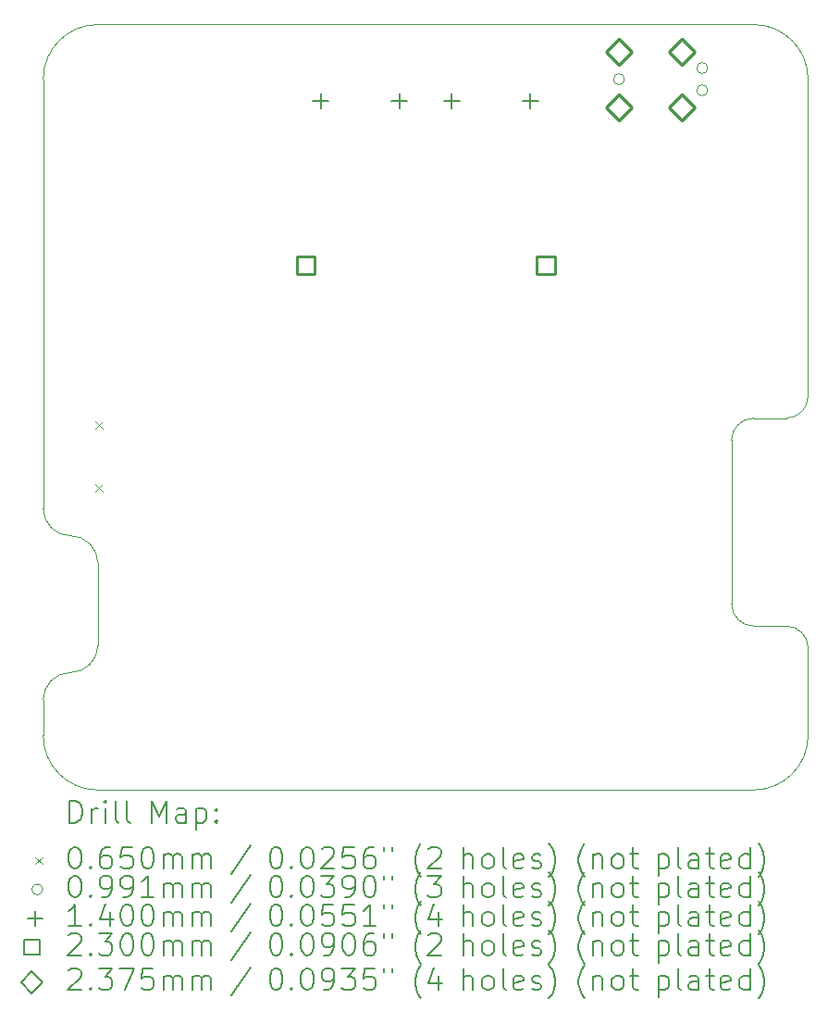
<source format=gbr>
%TF.GenerationSoftware,KiCad,Pcbnew,(7.0.0)*%
%TF.CreationDate,2023-03-19T17:01:18-07:00*%
%TF.ProjectId,ai-camera-rev2,61692d63-616d-4657-9261-2d726576322e,rev2*%
%TF.SameCoordinates,PX5a995c0PY2aea540*%
%TF.FileFunction,Drillmap*%
%TF.FilePolarity,Positive*%
%FSLAX45Y45*%
G04 Gerber Fmt 4.5, Leading zero omitted, Abs format (unit mm)*
G04 Created by KiCad (PCBNEW (7.0.0)) date 2023-03-19 17:01:18*
%MOMM*%
%LPD*%
G01*
G04 APERTURE LIST*
%ADD10C,0.100000*%
%ADD11C,0.200000*%
%ADD12C,0.065000*%
%ADD13C,0.099060*%
%ADD14C,0.140000*%
%ADD15C,0.230000*%
%ADD16C,0.237490*%
G04 APERTURE END LIST*
D10*
X7000000Y-500000D02*
G75*
G03*
X6500000Y0I-500000J0D01*
G01*
X0Y-4425000D02*
G75*
G03*
X250000Y-4675000I250000J0D01*
G01*
X7000000Y-5700000D02*
X7000000Y-6500000D01*
X500000Y0D02*
X6500000Y0D01*
X6300000Y-5300000D02*
G75*
G03*
X6500000Y-5500000I200000J0D01*
G01*
X250000Y-5925000D02*
G75*
G03*
X0Y-6175000I0J-250000D01*
G01*
X6800000Y-3600000D02*
X6500000Y-3600000D01*
X500000Y0D02*
G75*
G03*
X0Y-500000I0J-500000D01*
G01*
X7000000Y-5700000D02*
G75*
G03*
X6800000Y-5500000I-200000J0D01*
G01*
X0Y-4425000D02*
X0Y-500000D01*
X500000Y-4925000D02*
G75*
G03*
X250000Y-4675000I-250000J0D01*
G01*
X6500000Y-3600000D02*
G75*
G03*
X6300000Y-3800000I0J-200000D01*
G01*
X6500000Y-5500000D02*
X6800000Y-5500000D01*
X6500000Y-7000000D02*
G75*
G03*
X7000000Y-6500000I0J500000D01*
G01*
X500000Y-5675000D02*
X500000Y-4925000D01*
X0Y-6175000D02*
X0Y-6500000D01*
X7000000Y-500000D02*
X7000000Y-3400000D01*
X0Y-6500000D02*
G75*
G03*
X500000Y-7000000I500000J0D01*
G01*
X6500000Y-7000000D02*
X500000Y-7000000D01*
X250000Y-5925000D02*
G75*
G03*
X500000Y-5675000I0J250000D01*
G01*
X6800000Y-3600000D02*
G75*
G03*
X7000000Y-3400000I0J200000D01*
G01*
X6300000Y-3800000D02*
X6300000Y-5300000D01*
D11*
D12*
X477500Y-3628500D02*
X542500Y-3693500D01*
X542500Y-3628500D02*
X477500Y-3693500D01*
X477500Y-4206500D02*
X542500Y-4271500D01*
X542500Y-4206500D02*
X477500Y-4271500D01*
D13*
X5318530Y-500000D02*
G75*
G03*
X5318530Y-500000I-49530J0D01*
G01*
X6080530Y-398400D02*
G75*
G03*
X6080530Y-398400I-49530J0D01*
G01*
X6080530Y-601600D02*
G75*
G03*
X6080530Y-601600I-49530J0D01*
G01*
D14*
X2540000Y-630000D02*
X2540000Y-770000D01*
X2470000Y-700000D02*
X2610000Y-700000D01*
X3260000Y-630000D02*
X3260000Y-770000D01*
X3190000Y-700000D02*
X3330000Y-700000D01*
X3740000Y-630000D02*
X3740000Y-770000D01*
X3670000Y-700000D02*
X3810000Y-700000D01*
X4460000Y-630000D02*
X4460000Y-770000D01*
X4390000Y-700000D02*
X4530000Y-700000D01*
D15*
X2481318Y-2281318D02*
X2481318Y-2118682D01*
X2318682Y-2118682D01*
X2318682Y-2281318D01*
X2481318Y-2281318D01*
X4681318Y-2281318D02*
X4681318Y-2118682D01*
X4518682Y-2118682D01*
X4518682Y-2281318D01*
X4681318Y-2281318D01*
D16*
X5269000Y-364745D02*
X5387745Y-246000D01*
X5269000Y-127255D01*
X5150255Y-246000D01*
X5269000Y-364745D01*
X5269000Y-872745D02*
X5387745Y-754000D01*
X5269000Y-635255D01*
X5150255Y-754000D01*
X5269000Y-872745D01*
X5840500Y-364745D02*
X5959245Y-246000D01*
X5840500Y-127255D01*
X5721755Y-246000D01*
X5840500Y-364745D01*
X5840500Y-872745D02*
X5959245Y-754000D01*
X5840500Y-635255D01*
X5721755Y-754000D01*
X5840500Y-872745D01*
D11*
X242619Y-7298476D02*
X242619Y-7098476D01*
X242619Y-7098476D02*
X290238Y-7098476D01*
X290238Y-7098476D02*
X318810Y-7108000D01*
X318810Y-7108000D02*
X337857Y-7127048D01*
X337857Y-7127048D02*
X347381Y-7146095D01*
X347381Y-7146095D02*
X356905Y-7184190D01*
X356905Y-7184190D02*
X356905Y-7212762D01*
X356905Y-7212762D02*
X347381Y-7250857D01*
X347381Y-7250857D02*
X337857Y-7269905D01*
X337857Y-7269905D02*
X318810Y-7288952D01*
X318810Y-7288952D02*
X290238Y-7298476D01*
X290238Y-7298476D02*
X242619Y-7298476D01*
X442619Y-7298476D02*
X442619Y-7165143D01*
X442619Y-7203238D02*
X452143Y-7184190D01*
X452143Y-7184190D02*
X461667Y-7174667D01*
X461667Y-7174667D02*
X480714Y-7165143D01*
X480714Y-7165143D02*
X499762Y-7165143D01*
X566429Y-7298476D02*
X566429Y-7165143D01*
X566429Y-7098476D02*
X556905Y-7108000D01*
X556905Y-7108000D02*
X566429Y-7117524D01*
X566429Y-7117524D02*
X575952Y-7108000D01*
X575952Y-7108000D02*
X566429Y-7098476D01*
X566429Y-7098476D02*
X566429Y-7117524D01*
X690238Y-7298476D02*
X671190Y-7288952D01*
X671190Y-7288952D02*
X661667Y-7269905D01*
X661667Y-7269905D02*
X661667Y-7098476D01*
X795000Y-7298476D02*
X775952Y-7288952D01*
X775952Y-7288952D02*
X766428Y-7269905D01*
X766428Y-7269905D02*
X766428Y-7098476D01*
X991190Y-7298476D02*
X991190Y-7098476D01*
X991190Y-7098476D02*
X1057857Y-7241333D01*
X1057857Y-7241333D02*
X1124524Y-7098476D01*
X1124524Y-7098476D02*
X1124524Y-7298476D01*
X1305476Y-7298476D02*
X1305476Y-7193714D01*
X1305476Y-7193714D02*
X1295952Y-7174667D01*
X1295952Y-7174667D02*
X1276905Y-7165143D01*
X1276905Y-7165143D02*
X1238809Y-7165143D01*
X1238809Y-7165143D02*
X1219762Y-7174667D01*
X1305476Y-7288952D02*
X1286429Y-7298476D01*
X1286429Y-7298476D02*
X1238809Y-7298476D01*
X1238809Y-7298476D02*
X1219762Y-7288952D01*
X1219762Y-7288952D02*
X1210238Y-7269905D01*
X1210238Y-7269905D02*
X1210238Y-7250857D01*
X1210238Y-7250857D02*
X1219762Y-7231809D01*
X1219762Y-7231809D02*
X1238809Y-7222286D01*
X1238809Y-7222286D02*
X1286429Y-7222286D01*
X1286429Y-7222286D02*
X1305476Y-7212762D01*
X1400714Y-7165143D02*
X1400714Y-7365143D01*
X1400714Y-7174667D02*
X1419762Y-7165143D01*
X1419762Y-7165143D02*
X1457857Y-7165143D01*
X1457857Y-7165143D02*
X1476905Y-7174667D01*
X1476905Y-7174667D02*
X1486428Y-7184190D01*
X1486428Y-7184190D02*
X1495952Y-7203238D01*
X1495952Y-7203238D02*
X1495952Y-7260381D01*
X1495952Y-7260381D02*
X1486428Y-7279428D01*
X1486428Y-7279428D02*
X1476905Y-7288952D01*
X1476905Y-7288952D02*
X1457857Y-7298476D01*
X1457857Y-7298476D02*
X1419762Y-7298476D01*
X1419762Y-7298476D02*
X1400714Y-7288952D01*
X1581667Y-7279428D02*
X1591190Y-7288952D01*
X1591190Y-7288952D02*
X1581667Y-7298476D01*
X1581667Y-7298476D02*
X1572143Y-7288952D01*
X1572143Y-7288952D02*
X1581667Y-7279428D01*
X1581667Y-7279428D02*
X1581667Y-7298476D01*
X1581667Y-7174667D02*
X1591190Y-7184190D01*
X1591190Y-7184190D02*
X1581667Y-7193714D01*
X1581667Y-7193714D02*
X1572143Y-7184190D01*
X1572143Y-7184190D02*
X1581667Y-7174667D01*
X1581667Y-7174667D02*
X1581667Y-7193714D01*
D12*
X-70000Y-7612500D02*
X-5000Y-7677500D01*
X-5000Y-7612500D02*
X-70000Y-7677500D01*
D11*
X280714Y-7518476D02*
X299762Y-7518476D01*
X299762Y-7518476D02*
X318810Y-7528000D01*
X318810Y-7528000D02*
X328333Y-7537524D01*
X328333Y-7537524D02*
X337857Y-7556571D01*
X337857Y-7556571D02*
X347381Y-7594667D01*
X347381Y-7594667D02*
X347381Y-7642286D01*
X347381Y-7642286D02*
X337857Y-7680381D01*
X337857Y-7680381D02*
X328333Y-7699428D01*
X328333Y-7699428D02*
X318810Y-7708952D01*
X318810Y-7708952D02*
X299762Y-7718476D01*
X299762Y-7718476D02*
X280714Y-7718476D01*
X280714Y-7718476D02*
X261667Y-7708952D01*
X261667Y-7708952D02*
X252143Y-7699428D01*
X252143Y-7699428D02*
X242619Y-7680381D01*
X242619Y-7680381D02*
X233095Y-7642286D01*
X233095Y-7642286D02*
X233095Y-7594667D01*
X233095Y-7594667D02*
X242619Y-7556571D01*
X242619Y-7556571D02*
X252143Y-7537524D01*
X252143Y-7537524D02*
X261667Y-7528000D01*
X261667Y-7528000D02*
X280714Y-7518476D01*
X433095Y-7699428D02*
X442619Y-7708952D01*
X442619Y-7708952D02*
X433095Y-7718476D01*
X433095Y-7718476D02*
X423571Y-7708952D01*
X423571Y-7708952D02*
X433095Y-7699428D01*
X433095Y-7699428D02*
X433095Y-7718476D01*
X614048Y-7518476D02*
X575952Y-7518476D01*
X575952Y-7518476D02*
X556905Y-7528000D01*
X556905Y-7528000D02*
X547381Y-7537524D01*
X547381Y-7537524D02*
X528333Y-7566095D01*
X528333Y-7566095D02*
X518809Y-7604190D01*
X518809Y-7604190D02*
X518809Y-7680381D01*
X518809Y-7680381D02*
X528333Y-7699428D01*
X528333Y-7699428D02*
X537857Y-7708952D01*
X537857Y-7708952D02*
X556905Y-7718476D01*
X556905Y-7718476D02*
X595000Y-7718476D01*
X595000Y-7718476D02*
X614048Y-7708952D01*
X614048Y-7708952D02*
X623571Y-7699428D01*
X623571Y-7699428D02*
X633095Y-7680381D01*
X633095Y-7680381D02*
X633095Y-7632762D01*
X633095Y-7632762D02*
X623571Y-7613714D01*
X623571Y-7613714D02*
X614048Y-7604190D01*
X614048Y-7604190D02*
X595000Y-7594667D01*
X595000Y-7594667D02*
X556905Y-7594667D01*
X556905Y-7594667D02*
X537857Y-7604190D01*
X537857Y-7604190D02*
X528333Y-7613714D01*
X528333Y-7613714D02*
X518809Y-7632762D01*
X814048Y-7518476D02*
X718809Y-7518476D01*
X718809Y-7518476D02*
X709286Y-7613714D01*
X709286Y-7613714D02*
X718809Y-7604190D01*
X718809Y-7604190D02*
X737857Y-7594667D01*
X737857Y-7594667D02*
X785476Y-7594667D01*
X785476Y-7594667D02*
X804524Y-7604190D01*
X804524Y-7604190D02*
X814048Y-7613714D01*
X814048Y-7613714D02*
X823571Y-7632762D01*
X823571Y-7632762D02*
X823571Y-7680381D01*
X823571Y-7680381D02*
X814048Y-7699428D01*
X814048Y-7699428D02*
X804524Y-7708952D01*
X804524Y-7708952D02*
X785476Y-7718476D01*
X785476Y-7718476D02*
X737857Y-7718476D01*
X737857Y-7718476D02*
X718809Y-7708952D01*
X718809Y-7708952D02*
X709286Y-7699428D01*
X947381Y-7518476D02*
X966429Y-7518476D01*
X966429Y-7518476D02*
X985476Y-7528000D01*
X985476Y-7528000D02*
X995000Y-7537524D01*
X995000Y-7537524D02*
X1004524Y-7556571D01*
X1004524Y-7556571D02*
X1014048Y-7594667D01*
X1014048Y-7594667D02*
X1014048Y-7642286D01*
X1014048Y-7642286D02*
X1004524Y-7680381D01*
X1004524Y-7680381D02*
X995000Y-7699428D01*
X995000Y-7699428D02*
X985476Y-7708952D01*
X985476Y-7708952D02*
X966429Y-7718476D01*
X966429Y-7718476D02*
X947381Y-7718476D01*
X947381Y-7718476D02*
X928333Y-7708952D01*
X928333Y-7708952D02*
X918809Y-7699428D01*
X918809Y-7699428D02*
X909286Y-7680381D01*
X909286Y-7680381D02*
X899762Y-7642286D01*
X899762Y-7642286D02*
X899762Y-7594667D01*
X899762Y-7594667D02*
X909286Y-7556571D01*
X909286Y-7556571D02*
X918809Y-7537524D01*
X918809Y-7537524D02*
X928333Y-7528000D01*
X928333Y-7528000D02*
X947381Y-7518476D01*
X1099762Y-7718476D02*
X1099762Y-7585143D01*
X1099762Y-7604190D02*
X1109286Y-7594667D01*
X1109286Y-7594667D02*
X1128333Y-7585143D01*
X1128333Y-7585143D02*
X1156905Y-7585143D01*
X1156905Y-7585143D02*
X1175952Y-7594667D01*
X1175952Y-7594667D02*
X1185476Y-7613714D01*
X1185476Y-7613714D02*
X1185476Y-7718476D01*
X1185476Y-7613714D02*
X1195000Y-7594667D01*
X1195000Y-7594667D02*
X1214048Y-7585143D01*
X1214048Y-7585143D02*
X1242619Y-7585143D01*
X1242619Y-7585143D02*
X1261667Y-7594667D01*
X1261667Y-7594667D02*
X1271191Y-7613714D01*
X1271191Y-7613714D02*
X1271191Y-7718476D01*
X1366429Y-7718476D02*
X1366429Y-7585143D01*
X1366429Y-7604190D02*
X1375952Y-7594667D01*
X1375952Y-7594667D02*
X1395000Y-7585143D01*
X1395000Y-7585143D02*
X1423571Y-7585143D01*
X1423571Y-7585143D02*
X1442619Y-7594667D01*
X1442619Y-7594667D02*
X1452143Y-7613714D01*
X1452143Y-7613714D02*
X1452143Y-7718476D01*
X1452143Y-7613714D02*
X1461667Y-7594667D01*
X1461667Y-7594667D02*
X1480714Y-7585143D01*
X1480714Y-7585143D02*
X1509286Y-7585143D01*
X1509286Y-7585143D02*
X1528333Y-7594667D01*
X1528333Y-7594667D02*
X1537857Y-7613714D01*
X1537857Y-7613714D02*
X1537857Y-7718476D01*
X1895952Y-7508952D02*
X1724524Y-7766095D01*
X2120714Y-7518476D02*
X2139762Y-7518476D01*
X2139762Y-7518476D02*
X2158810Y-7528000D01*
X2158810Y-7528000D02*
X2168333Y-7537524D01*
X2168333Y-7537524D02*
X2177857Y-7556571D01*
X2177857Y-7556571D02*
X2187381Y-7594667D01*
X2187381Y-7594667D02*
X2187381Y-7642286D01*
X2187381Y-7642286D02*
X2177857Y-7680381D01*
X2177857Y-7680381D02*
X2168333Y-7699428D01*
X2168333Y-7699428D02*
X2158810Y-7708952D01*
X2158810Y-7708952D02*
X2139762Y-7718476D01*
X2139762Y-7718476D02*
X2120714Y-7718476D01*
X2120714Y-7718476D02*
X2101667Y-7708952D01*
X2101667Y-7708952D02*
X2092143Y-7699428D01*
X2092143Y-7699428D02*
X2082619Y-7680381D01*
X2082619Y-7680381D02*
X2073095Y-7642286D01*
X2073095Y-7642286D02*
X2073095Y-7594667D01*
X2073095Y-7594667D02*
X2082619Y-7556571D01*
X2082619Y-7556571D02*
X2092143Y-7537524D01*
X2092143Y-7537524D02*
X2101667Y-7528000D01*
X2101667Y-7528000D02*
X2120714Y-7518476D01*
X2273095Y-7699428D02*
X2282619Y-7708952D01*
X2282619Y-7708952D02*
X2273095Y-7718476D01*
X2273095Y-7718476D02*
X2263572Y-7708952D01*
X2263572Y-7708952D02*
X2273095Y-7699428D01*
X2273095Y-7699428D02*
X2273095Y-7718476D01*
X2406429Y-7518476D02*
X2425476Y-7518476D01*
X2425476Y-7518476D02*
X2444524Y-7528000D01*
X2444524Y-7528000D02*
X2454048Y-7537524D01*
X2454048Y-7537524D02*
X2463572Y-7556571D01*
X2463572Y-7556571D02*
X2473095Y-7594667D01*
X2473095Y-7594667D02*
X2473095Y-7642286D01*
X2473095Y-7642286D02*
X2463572Y-7680381D01*
X2463572Y-7680381D02*
X2454048Y-7699428D01*
X2454048Y-7699428D02*
X2444524Y-7708952D01*
X2444524Y-7708952D02*
X2425476Y-7718476D01*
X2425476Y-7718476D02*
X2406429Y-7718476D01*
X2406429Y-7718476D02*
X2387381Y-7708952D01*
X2387381Y-7708952D02*
X2377857Y-7699428D01*
X2377857Y-7699428D02*
X2368333Y-7680381D01*
X2368333Y-7680381D02*
X2358810Y-7642286D01*
X2358810Y-7642286D02*
X2358810Y-7594667D01*
X2358810Y-7594667D02*
X2368333Y-7556571D01*
X2368333Y-7556571D02*
X2377857Y-7537524D01*
X2377857Y-7537524D02*
X2387381Y-7528000D01*
X2387381Y-7528000D02*
X2406429Y-7518476D01*
X2549286Y-7537524D02*
X2558810Y-7528000D01*
X2558810Y-7528000D02*
X2577857Y-7518476D01*
X2577857Y-7518476D02*
X2625476Y-7518476D01*
X2625476Y-7518476D02*
X2644524Y-7528000D01*
X2644524Y-7528000D02*
X2654048Y-7537524D01*
X2654048Y-7537524D02*
X2663572Y-7556571D01*
X2663572Y-7556571D02*
X2663572Y-7575619D01*
X2663572Y-7575619D02*
X2654048Y-7604190D01*
X2654048Y-7604190D02*
X2539762Y-7718476D01*
X2539762Y-7718476D02*
X2663572Y-7718476D01*
X2844524Y-7518476D02*
X2749286Y-7518476D01*
X2749286Y-7518476D02*
X2739762Y-7613714D01*
X2739762Y-7613714D02*
X2749286Y-7604190D01*
X2749286Y-7604190D02*
X2768333Y-7594667D01*
X2768333Y-7594667D02*
X2815952Y-7594667D01*
X2815952Y-7594667D02*
X2835000Y-7604190D01*
X2835000Y-7604190D02*
X2844524Y-7613714D01*
X2844524Y-7613714D02*
X2854048Y-7632762D01*
X2854048Y-7632762D02*
X2854048Y-7680381D01*
X2854048Y-7680381D02*
X2844524Y-7699428D01*
X2844524Y-7699428D02*
X2835000Y-7708952D01*
X2835000Y-7708952D02*
X2815952Y-7718476D01*
X2815952Y-7718476D02*
X2768333Y-7718476D01*
X2768333Y-7718476D02*
X2749286Y-7708952D01*
X2749286Y-7708952D02*
X2739762Y-7699428D01*
X3025476Y-7518476D02*
X2987381Y-7518476D01*
X2987381Y-7518476D02*
X2968333Y-7528000D01*
X2968333Y-7528000D02*
X2958810Y-7537524D01*
X2958810Y-7537524D02*
X2939762Y-7566095D01*
X2939762Y-7566095D02*
X2930238Y-7604190D01*
X2930238Y-7604190D02*
X2930238Y-7680381D01*
X2930238Y-7680381D02*
X2939762Y-7699428D01*
X2939762Y-7699428D02*
X2949286Y-7708952D01*
X2949286Y-7708952D02*
X2968333Y-7718476D01*
X2968333Y-7718476D02*
X3006429Y-7718476D01*
X3006429Y-7718476D02*
X3025476Y-7708952D01*
X3025476Y-7708952D02*
X3035000Y-7699428D01*
X3035000Y-7699428D02*
X3044524Y-7680381D01*
X3044524Y-7680381D02*
X3044524Y-7632762D01*
X3044524Y-7632762D02*
X3035000Y-7613714D01*
X3035000Y-7613714D02*
X3025476Y-7604190D01*
X3025476Y-7604190D02*
X3006429Y-7594667D01*
X3006429Y-7594667D02*
X2968333Y-7594667D01*
X2968333Y-7594667D02*
X2949286Y-7604190D01*
X2949286Y-7604190D02*
X2939762Y-7613714D01*
X2939762Y-7613714D02*
X2930238Y-7632762D01*
X3120714Y-7518476D02*
X3120714Y-7556571D01*
X3196905Y-7518476D02*
X3196905Y-7556571D01*
X3459762Y-7794667D02*
X3450238Y-7785143D01*
X3450238Y-7785143D02*
X3431191Y-7756571D01*
X3431191Y-7756571D02*
X3421667Y-7737524D01*
X3421667Y-7737524D02*
X3412143Y-7708952D01*
X3412143Y-7708952D02*
X3402619Y-7661333D01*
X3402619Y-7661333D02*
X3402619Y-7623238D01*
X3402619Y-7623238D02*
X3412143Y-7575619D01*
X3412143Y-7575619D02*
X3421667Y-7547048D01*
X3421667Y-7547048D02*
X3431191Y-7528000D01*
X3431191Y-7528000D02*
X3450238Y-7499428D01*
X3450238Y-7499428D02*
X3459762Y-7489905D01*
X3526429Y-7537524D02*
X3535952Y-7528000D01*
X3535952Y-7528000D02*
X3555000Y-7518476D01*
X3555000Y-7518476D02*
X3602619Y-7518476D01*
X3602619Y-7518476D02*
X3621667Y-7528000D01*
X3621667Y-7528000D02*
X3631191Y-7537524D01*
X3631191Y-7537524D02*
X3640714Y-7556571D01*
X3640714Y-7556571D02*
X3640714Y-7575619D01*
X3640714Y-7575619D02*
X3631191Y-7604190D01*
X3631191Y-7604190D02*
X3516905Y-7718476D01*
X3516905Y-7718476D02*
X3640714Y-7718476D01*
X3846429Y-7718476D02*
X3846429Y-7518476D01*
X3932143Y-7718476D02*
X3932143Y-7613714D01*
X3932143Y-7613714D02*
X3922619Y-7594667D01*
X3922619Y-7594667D02*
X3903572Y-7585143D01*
X3903572Y-7585143D02*
X3875000Y-7585143D01*
X3875000Y-7585143D02*
X3855952Y-7594667D01*
X3855952Y-7594667D02*
X3846429Y-7604190D01*
X4055952Y-7718476D02*
X4036905Y-7708952D01*
X4036905Y-7708952D02*
X4027381Y-7699428D01*
X4027381Y-7699428D02*
X4017857Y-7680381D01*
X4017857Y-7680381D02*
X4017857Y-7623238D01*
X4017857Y-7623238D02*
X4027381Y-7604190D01*
X4027381Y-7604190D02*
X4036905Y-7594667D01*
X4036905Y-7594667D02*
X4055952Y-7585143D01*
X4055952Y-7585143D02*
X4084524Y-7585143D01*
X4084524Y-7585143D02*
X4103572Y-7594667D01*
X4103572Y-7594667D02*
X4113095Y-7604190D01*
X4113095Y-7604190D02*
X4122619Y-7623238D01*
X4122619Y-7623238D02*
X4122619Y-7680381D01*
X4122619Y-7680381D02*
X4113095Y-7699428D01*
X4113095Y-7699428D02*
X4103572Y-7708952D01*
X4103572Y-7708952D02*
X4084524Y-7718476D01*
X4084524Y-7718476D02*
X4055952Y-7718476D01*
X4236905Y-7718476D02*
X4217857Y-7708952D01*
X4217857Y-7708952D02*
X4208334Y-7689905D01*
X4208334Y-7689905D02*
X4208334Y-7518476D01*
X4389286Y-7708952D02*
X4370238Y-7718476D01*
X4370238Y-7718476D02*
X4332143Y-7718476D01*
X4332143Y-7718476D02*
X4313095Y-7708952D01*
X4313095Y-7708952D02*
X4303572Y-7689905D01*
X4303572Y-7689905D02*
X4303572Y-7613714D01*
X4303572Y-7613714D02*
X4313095Y-7594667D01*
X4313095Y-7594667D02*
X4332143Y-7585143D01*
X4332143Y-7585143D02*
X4370238Y-7585143D01*
X4370238Y-7585143D02*
X4389286Y-7594667D01*
X4389286Y-7594667D02*
X4398810Y-7613714D01*
X4398810Y-7613714D02*
X4398810Y-7632762D01*
X4398810Y-7632762D02*
X4303572Y-7651809D01*
X4475000Y-7708952D02*
X4494048Y-7718476D01*
X4494048Y-7718476D02*
X4532143Y-7718476D01*
X4532143Y-7718476D02*
X4551191Y-7708952D01*
X4551191Y-7708952D02*
X4560715Y-7689905D01*
X4560715Y-7689905D02*
X4560715Y-7680381D01*
X4560715Y-7680381D02*
X4551191Y-7661333D01*
X4551191Y-7661333D02*
X4532143Y-7651809D01*
X4532143Y-7651809D02*
X4503572Y-7651809D01*
X4503572Y-7651809D02*
X4484524Y-7642286D01*
X4484524Y-7642286D02*
X4475000Y-7623238D01*
X4475000Y-7623238D02*
X4475000Y-7613714D01*
X4475000Y-7613714D02*
X4484524Y-7594667D01*
X4484524Y-7594667D02*
X4503572Y-7585143D01*
X4503572Y-7585143D02*
X4532143Y-7585143D01*
X4532143Y-7585143D02*
X4551191Y-7594667D01*
X4627381Y-7794667D02*
X4636905Y-7785143D01*
X4636905Y-7785143D02*
X4655953Y-7756571D01*
X4655953Y-7756571D02*
X4665476Y-7737524D01*
X4665476Y-7737524D02*
X4675000Y-7708952D01*
X4675000Y-7708952D02*
X4684524Y-7661333D01*
X4684524Y-7661333D02*
X4684524Y-7623238D01*
X4684524Y-7623238D02*
X4675000Y-7575619D01*
X4675000Y-7575619D02*
X4665476Y-7547048D01*
X4665476Y-7547048D02*
X4655953Y-7528000D01*
X4655953Y-7528000D02*
X4636905Y-7499428D01*
X4636905Y-7499428D02*
X4627381Y-7489905D01*
X4956905Y-7794667D02*
X4947381Y-7785143D01*
X4947381Y-7785143D02*
X4928334Y-7756571D01*
X4928334Y-7756571D02*
X4918810Y-7737524D01*
X4918810Y-7737524D02*
X4909286Y-7708952D01*
X4909286Y-7708952D02*
X4899762Y-7661333D01*
X4899762Y-7661333D02*
X4899762Y-7623238D01*
X4899762Y-7623238D02*
X4909286Y-7575619D01*
X4909286Y-7575619D02*
X4918810Y-7547048D01*
X4918810Y-7547048D02*
X4928334Y-7528000D01*
X4928334Y-7528000D02*
X4947381Y-7499428D01*
X4947381Y-7499428D02*
X4956905Y-7489905D01*
X5033095Y-7585143D02*
X5033095Y-7718476D01*
X5033095Y-7604190D02*
X5042619Y-7594667D01*
X5042619Y-7594667D02*
X5061667Y-7585143D01*
X5061667Y-7585143D02*
X5090238Y-7585143D01*
X5090238Y-7585143D02*
X5109286Y-7594667D01*
X5109286Y-7594667D02*
X5118810Y-7613714D01*
X5118810Y-7613714D02*
X5118810Y-7718476D01*
X5242619Y-7718476D02*
X5223572Y-7708952D01*
X5223572Y-7708952D02*
X5214048Y-7699428D01*
X5214048Y-7699428D02*
X5204524Y-7680381D01*
X5204524Y-7680381D02*
X5204524Y-7623238D01*
X5204524Y-7623238D02*
X5214048Y-7604190D01*
X5214048Y-7604190D02*
X5223572Y-7594667D01*
X5223572Y-7594667D02*
X5242619Y-7585143D01*
X5242619Y-7585143D02*
X5271191Y-7585143D01*
X5271191Y-7585143D02*
X5290238Y-7594667D01*
X5290238Y-7594667D02*
X5299762Y-7604190D01*
X5299762Y-7604190D02*
X5309286Y-7623238D01*
X5309286Y-7623238D02*
X5309286Y-7680381D01*
X5309286Y-7680381D02*
X5299762Y-7699428D01*
X5299762Y-7699428D02*
X5290238Y-7708952D01*
X5290238Y-7708952D02*
X5271191Y-7718476D01*
X5271191Y-7718476D02*
X5242619Y-7718476D01*
X5366429Y-7585143D02*
X5442619Y-7585143D01*
X5395000Y-7518476D02*
X5395000Y-7689905D01*
X5395000Y-7689905D02*
X5404524Y-7708952D01*
X5404524Y-7708952D02*
X5423572Y-7718476D01*
X5423572Y-7718476D02*
X5442619Y-7718476D01*
X5629286Y-7585143D02*
X5629286Y-7785143D01*
X5629286Y-7594667D02*
X5648333Y-7585143D01*
X5648333Y-7585143D02*
X5686429Y-7585143D01*
X5686429Y-7585143D02*
X5705476Y-7594667D01*
X5705476Y-7594667D02*
X5715000Y-7604190D01*
X5715000Y-7604190D02*
X5724524Y-7623238D01*
X5724524Y-7623238D02*
X5724524Y-7680381D01*
X5724524Y-7680381D02*
X5715000Y-7699428D01*
X5715000Y-7699428D02*
X5705476Y-7708952D01*
X5705476Y-7708952D02*
X5686429Y-7718476D01*
X5686429Y-7718476D02*
X5648333Y-7718476D01*
X5648333Y-7718476D02*
X5629286Y-7708952D01*
X5838810Y-7718476D02*
X5819762Y-7708952D01*
X5819762Y-7708952D02*
X5810238Y-7689905D01*
X5810238Y-7689905D02*
X5810238Y-7518476D01*
X6000714Y-7718476D02*
X6000714Y-7613714D01*
X6000714Y-7613714D02*
X5991191Y-7594667D01*
X5991191Y-7594667D02*
X5972143Y-7585143D01*
X5972143Y-7585143D02*
X5934048Y-7585143D01*
X5934048Y-7585143D02*
X5915000Y-7594667D01*
X6000714Y-7708952D02*
X5981667Y-7718476D01*
X5981667Y-7718476D02*
X5934048Y-7718476D01*
X5934048Y-7718476D02*
X5915000Y-7708952D01*
X5915000Y-7708952D02*
X5905476Y-7689905D01*
X5905476Y-7689905D02*
X5905476Y-7670857D01*
X5905476Y-7670857D02*
X5915000Y-7651809D01*
X5915000Y-7651809D02*
X5934048Y-7642286D01*
X5934048Y-7642286D02*
X5981667Y-7642286D01*
X5981667Y-7642286D02*
X6000714Y-7632762D01*
X6067381Y-7585143D02*
X6143572Y-7585143D01*
X6095953Y-7518476D02*
X6095953Y-7689905D01*
X6095953Y-7689905D02*
X6105476Y-7708952D01*
X6105476Y-7708952D02*
X6124524Y-7718476D01*
X6124524Y-7718476D02*
X6143572Y-7718476D01*
X6286429Y-7708952D02*
X6267381Y-7718476D01*
X6267381Y-7718476D02*
X6229286Y-7718476D01*
X6229286Y-7718476D02*
X6210238Y-7708952D01*
X6210238Y-7708952D02*
X6200714Y-7689905D01*
X6200714Y-7689905D02*
X6200714Y-7613714D01*
X6200714Y-7613714D02*
X6210238Y-7594667D01*
X6210238Y-7594667D02*
X6229286Y-7585143D01*
X6229286Y-7585143D02*
X6267381Y-7585143D01*
X6267381Y-7585143D02*
X6286429Y-7594667D01*
X6286429Y-7594667D02*
X6295953Y-7613714D01*
X6295953Y-7613714D02*
X6295953Y-7632762D01*
X6295953Y-7632762D02*
X6200714Y-7651809D01*
X6467381Y-7718476D02*
X6467381Y-7518476D01*
X6467381Y-7708952D02*
X6448334Y-7718476D01*
X6448334Y-7718476D02*
X6410238Y-7718476D01*
X6410238Y-7718476D02*
X6391191Y-7708952D01*
X6391191Y-7708952D02*
X6381667Y-7699428D01*
X6381667Y-7699428D02*
X6372143Y-7680381D01*
X6372143Y-7680381D02*
X6372143Y-7623238D01*
X6372143Y-7623238D02*
X6381667Y-7604190D01*
X6381667Y-7604190D02*
X6391191Y-7594667D01*
X6391191Y-7594667D02*
X6410238Y-7585143D01*
X6410238Y-7585143D02*
X6448334Y-7585143D01*
X6448334Y-7585143D02*
X6467381Y-7594667D01*
X6543572Y-7794667D02*
X6553095Y-7785143D01*
X6553095Y-7785143D02*
X6572143Y-7756571D01*
X6572143Y-7756571D02*
X6581667Y-7737524D01*
X6581667Y-7737524D02*
X6591191Y-7708952D01*
X6591191Y-7708952D02*
X6600714Y-7661333D01*
X6600714Y-7661333D02*
X6600714Y-7623238D01*
X6600714Y-7623238D02*
X6591191Y-7575619D01*
X6591191Y-7575619D02*
X6581667Y-7547048D01*
X6581667Y-7547048D02*
X6572143Y-7528000D01*
X6572143Y-7528000D02*
X6553095Y-7499428D01*
X6553095Y-7499428D02*
X6543572Y-7489905D01*
D13*
X-5000Y-7909000D02*
G75*
G03*
X-5000Y-7909000I-49530J0D01*
G01*
D11*
X280714Y-7782476D02*
X299762Y-7782476D01*
X299762Y-7782476D02*
X318810Y-7792000D01*
X318810Y-7792000D02*
X328333Y-7801524D01*
X328333Y-7801524D02*
X337857Y-7820571D01*
X337857Y-7820571D02*
X347381Y-7858667D01*
X347381Y-7858667D02*
X347381Y-7906286D01*
X347381Y-7906286D02*
X337857Y-7944381D01*
X337857Y-7944381D02*
X328333Y-7963428D01*
X328333Y-7963428D02*
X318810Y-7972952D01*
X318810Y-7972952D02*
X299762Y-7982476D01*
X299762Y-7982476D02*
X280714Y-7982476D01*
X280714Y-7982476D02*
X261667Y-7972952D01*
X261667Y-7972952D02*
X252143Y-7963428D01*
X252143Y-7963428D02*
X242619Y-7944381D01*
X242619Y-7944381D02*
X233095Y-7906286D01*
X233095Y-7906286D02*
X233095Y-7858667D01*
X233095Y-7858667D02*
X242619Y-7820571D01*
X242619Y-7820571D02*
X252143Y-7801524D01*
X252143Y-7801524D02*
X261667Y-7792000D01*
X261667Y-7792000D02*
X280714Y-7782476D01*
X433095Y-7963428D02*
X442619Y-7972952D01*
X442619Y-7972952D02*
X433095Y-7982476D01*
X433095Y-7982476D02*
X423571Y-7972952D01*
X423571Y-7972952D02*
X433095Y-7963428D01*
X433095Y-7963428D02*
X433095Y-7982476D01*
X537857Y-7982476D02*
X575952Y-7982476D01*
X575952Y-7982476D02*
X595000Y-7972952D01*
X595000Y-7972952D02*
X604524Y-7963428D01*
X604524Y-7963428D02*
X623571Y-7934857D01*
X623571Y-7934857D02*
X633095Y-7896762D01*
X633095Y-7896762D02*
X633095Y-7820571D01*
X633095Y-7820571D02*
X623571Y-7801524D01*
X623571Y-7801524D02*
X614048Y-7792000D01*
X614048Y-7792000D02*
X595000Y-7782476D01*
X595000Y-7782476D02*
X556905Y-7782476D01*
X556905Y-7782476D02*
X537857Y-7792000D01*
X537857Y-7792000D02*
X528333Y-7801524D01*
X528333Y-7801524D02*
X518809Y-7820571D01*
X518809Y-7820571D02*
X518809Y-7868190D01*
X518809Y-7868190D02*
X528333Y-7887238D01*
X528333Y-7887238D02*
X537857Y-7896762D01*
X537857Y-7896762D02*
X556905Y-7906286D01*
X556905Y-7906286D02*
X595000Y-7906286D01*
X595000Y-7906286D02*
X614048Y-7896762D01*
X614048Y-7896762D02*
X623571Y-7887238D01*
X623571Y-7887238D02*
X633095Y-7868190D01*
X728333Y-7982476D02*
X766428Y-7982476D01*
X766428Y-7982476D02*
X785476Y-7972952D01*
X785476Y-7972952D02*
X795000Y-7963428D01*
X795000Y-7963428D02*
X814048Y-7934857D01*
X814048Y-7934857D02*
X823571Y-7896762D01*
X823571Y-7896762D02*
X823571Y-7820571D01*
X823571Y-7820571D02*
X814048Y-7801524D01*
X814048Y-7801524D02*
X804524Y-7792000D01*
X804524Y-7792000D02*
X785476Y-7782476D01*
X785476Y-7782476D02*
X747381Y-7782476D01*
X747381Y-7782476D02*
X728333Y-7792000D01*
X728333Y-7792000D02*
X718809Y-7801524D01*
X718809Y-7801524D02*
X709286Y-7820571D01*
X709286Y-7820571D02*
X709286Y-7868190D01*
X709286Y-7868190D02*
X718809Y-7887238D01*
X718809Y-7887238D02*
X728333Y-7896762D01*
X728333Y-7896762D02*
X747381Y-7906286D01*
X747381Y-7906286D02*
X785476Y-7906286D01*
X785476Y-7906286D02*
X804524Y-7896762D01*
X804524Y-7896762D02*
X814048Y-7887238D01*
X814048Y-7887238D02*
X823571Y-7868190D01*
X1014048Y-7982476D02*
X899762Y-7982476D01*
X956905Y-7982476D02*
X956905Y-7782476D01*
X956905Y-7782476D02*
X937857Y-7811048D01*
X937857Y-7811048D02*
X918809Y-7830095D01*
X918809Y-7830095D02*
X899762Y-7839619D01*
X1099762Y-7982476D02*
X1099762Y-7849143D01*
X1099762Y-7868190D02*
X1109286Y-7858667D01*
X1109286Y-7858667D02*
X1128333Y-7849143D01*
X1128333Y-7849143D02*
X1156905Y-7849143D01*
X1156905Y-7849143D02*
X1175952Y-7858667D01*
X1175952Y-7858667D02*
X1185476Y-7877714D01*
X1185476Y-7877714D02*
X1185476Y-7982476D01*
X1185476Y-7877714D02*
X1195000Y-7858667D01*
X1195000Y-7858667D02*
X1214048Y-7849143D01*
X1214048Y-7849143D02*
X1242619Y-7849143D01*
X1242619Y-7849143D02*
X1261667Y-7858667D01*
X1261667Y-7858667D02*
X1271191Y-7877714D01*
X1271191Y-7877714D02*
X1271191Y-7982476D01*
X1366429Y-7982476D02*
X1366429Y-7849143D01*
X1366429Y-7868190D02*
X1375952Y-7858667D01*
X1375952Y-7858667D02*
X1395000Y-7849143D01*
X1395000Y-7849143D02*
X1423571Y-7849143D01*
X1423571Y-7849143D02*
X1442619Y-7858667D01*
X1442619Y-7858667D02*
X1452143Y-7877714D01*
X1452143Y-7877714D02*
X1452143Y-7982476D01*
X1452143Y-7877714D02*
X1461667Y-7858667D01*
X1461667Y-7858667D02*
X1480714Y-7849143D01*
X1480714Y-7849143D02*
X1509286Y-7849143D01*
X1509286Y-7849143D02*
X1528333Y-7858667D01*
X1528333Y-7858667D02*
X1537857Y-7877714D01*
X1537857Y-7877714D02*
X1537857Y-7982476D01*
X1895952Y-7772952D02*
X1724524Y-8030095D01*
X2120714Y-7782476D02*
X2139762Y-7782476D01*
X2139762Y-7782476D02*
X2158810Y-7792000D01*
X2158810Y-7792000D02*
X2168333Y-7801524D01*
X2168333Y-7801524D02*
X2177857Y-7820571D01*
X2177857Y-7820571D02*
X2187381Y-7858667D01*
X2187381Y-7858667D02*
X2187381Y-7906286D01*
X2187381Y-7906286D02*
X2177857Y-7944381D01*
X2177857Y-7944381D02*
X2168333Y-7963428D01*
X2168333Y-7963428D02*
X2158810Y-7972952D01*
X2158810Y-7972952D02*
X2139762Y-7982476D01*
X2139762Y-7982476D02*
X2120714Y-7982476D01*
X2120714Y-7982476D02*
X2101667Y-7972952D01*
X2101667Y-7972952D02*
X2092143Y-7963428D01*
X2092143Y-7963428D02*
X2082619Y-7944381D01*
X2082619Y-7944381D02*
X2073095Y-7906286D01*
X2073095Y-7906286D02*
X2073095Y-7858667D01*
X2073095Y-7858667D02*
X2082619Y-7820571D01*
X2082619Y-7820571D02*
X2092143Y-7801524D01*
X2092143Y-7801524D02*
X2101667Y-7792000D01*
X2101667Y-7792000D02*
X2120714Y-7782476D01*
X2273095Y-7963428D02*
X2282619Y-7972952D01*
X2282619Y-7972952D02*
X2273095Y-7982476D01*
X2273095Y-7982476D02*
X2263572Y-7972952D01*
X2263572Y-7972952D02*
X2273095Y-7963428D01*
X2273095Y-7963428D02*
X2273095Y-7982476D01*
X2406429Y-7782476D02*
X2425476Y-7782476D01*
X2425476Y-7782476D02*
X2444524Y-7792000D01*
X2444524Y-7792000D02*
X2454048Y-7801524D01*
X2454048Y-7801524D02*
X2463572Y-7820571D01*
X2463572Y-7820571D02*
X2473095Y-7858667D01*
X2473095Y-7858667D02*
X2473095Y-7906286D01*
X2473095Y-7906286D02*
X2463572Y-7944381D01*
X2463572Y-7944381D02*
X2454048Y-7963428D01*
X2454048Y-7963428D02*
X2444524Y-7972952D01*
X2444524Y-7972952D02*
X2425476Y-7982476D01*
X2425476Y-7982476D02*
X2406429Y-7982476D01*
X2406429Y-7982476D02*
X2387381Y-7972952D01*
X2387381Y-7972952D02*
X2377857Y-7963428D01*
X2377857Y-7963428D02*
X2368333Y-7944381D01*
X2368333Y-7944381D02*
X2358810Y-7906286D01*
X2358810Y-7906286D02*
X2358810Y-7858667D01*
X2358810Y-7858667D02*
X2368333Y-7820571D01*
X2368333Y-7820571D02*
X2377857Y-7801524D01*
X2377857Y-7801524D02*
X2387381Y-7792000D01*
X2387381Y-7792000D02*
X2406429Y-7782476D01*
X2539762Y-7782476D02*
X2663572Y-7782476D01*
X2663572Y-7782476D02*
X2596905Y-7858667D01*
X2596905Y-7858667D02*
X2625476Y-7858667D01*
X2625476Y-7858667D02*
X2644524Y-7868190D01*
X2644524Y-7868190D02*
X2654048Y-7877714D01*
X2654048Y-7877714D02*
X2663572Y-7896762D01*
X2663572Y-7896762D02*
X2663572Y-7944381D01*
X2663572Y-7944381D02*
X2654048Y-7963428D01*
X2654048Y-7963428D02*
X2644524Y-7972952D01*
X2644524Y-7972952D02*
X2625476Y-7982476D01*
X2625476Y-7982476D02*
X2568333Y-7982476D01*
X2568333Y-7982476D02*
X2549286Y-7972952D01*
X2549286Y-7972952D02*
X2539762Y-7963428D01*
X2758810Y-7982476D02*
X2796905Y-7982476D01*
X2796905Y-7982476D02*
X2815952Y-7972952D01*
X2815952Y-7972952D02*
X2825476Y-7963428D01*
X2825476Y-7963428D02*
X2844524Y-7934857D01*
X2844524Y-7934857D02*
X2854048Y-7896762D01*
X2854048Y-7896762D02*
X2854048Y-7820571D01*
X2854048Y-7820571D02*
X2844524Y-7801524D01*
X2844524Y-7801524D02*
X2835000Y-7792000D01*
X2835000Y-7792000D02*
X2815952Y-7782476D01*
X2815952Y-7782476D02*
X2777857Y-7782476D01*
X2777857Y-7782476D02*
X2758810Y-7792000D01*
X2758810Y-7792000D02*
X2749286Y-7801524D01*
X2749286Y-7801524D02*
X2739762Y-7820571D01*
X2739762Y-7820571D02*
X2739762Y-7868190D01*
X2739762Y-7868190D02*
X2749286Y-7887238D01*
X2749286Y-7887238D02*
X2758810Y-7896762D01*
X2758810Y-7896762D02*
X2777857Y-7906286D01*
X2777857Y-7906286D02*
X2815952Y-7906286D01*
X2815952Y-7906286D02*
X2835000Y-7896762D01*
X2835000Y-7896762D02*
X2844524Y-7887238D01*
X2844524Y-7887238D02*
X2854048Y-7868190D01*
X2977857Y-7782476D02*
X2996905Y-7782476D01*
X2996905Y-7782476D02*
X3015952Y-7792000D01*
X3015952Y-7792000D02*
X3025476Y-7801524D01*
X3025476Y-7801524D02*
X3035000Y-7820571D01*
X3035000Y-7820571D02*
X3044524Y-7858667D01*
X3044524Y-7858667D02*
X3044524Y-7906286D01*
X3044524Y-7906286D02*
X3035000Y-7944381D01*
X3035000Y-7944381D02*
X3025476Y-7963428D01*
X3025476Y-7963428D02*
X3015952Y-7972952D01*
X3015952Y-7972952D02*
X2996905Y-7982476D01*
X2996905Y-7982476D02*
X2977857Y-7982476D01*
X2977857Y-7982476D02*
X2958810Y-7972952D01*
X2958810Y-7972952D02*
X2949286Y-7963428D01*
X2949286Y-7963428D02*
X2939762Y-7944381D01*
X2939762Y-7944381D02*
X2930238Y-7906286D01*
X2930238Y-7906286D02*
X2930238Y-7858667D01*
X2930238Y-7858667D02*
X2939762Y-7820571D01*
X2939762Y-7820571D02*
X2949286Y-7801524D01*
X2949286Y-7801524D02*
X2958810Y-7792000D01*
X2958810Y-7792000D02*
X2977857Y-7782476D01*
X3120714Y-7782476D02*
X3120714Y-7820571D01*
X3196905Y-7782476D02*
X3196905Y-7820571D01*
X3459762Y-8058667D02*
X3450238Y-8049143D01*
X3450238Y-8049143D02*
X3431191Y-8020571D01*
X3431191Y-8020571D02*
X3421667Y-8001524D01*
X3421667Y-8001524D02*
X3412143Y-7972952D01*
X3412143Y-7972952D02*
X3402619Y-7925333D01*
X3402619Y-7925333D02*
X3402619Y-7887238D01*
X3402619Y-7887238D02*
X3412143Y-7839619D01*
X3412143Y-7839619D02*
X3421667Y-7811048D01*
X3421667Y-7811048D02*
X3431191Y-7792000D01*
X3431191Y-7792000D02*
X3450238Y-7763428D01*
X3450238Y-7763428D02*
X3459762Y-7753905D01*
X3516905Y-7782476D02*
X3640714Y-7782476D01*
X3640714Y-7782476D02*
X3574048Y-7858667D01*
X3574048Y-7858667D02*
X3602619Y-7858667D01*
X3602619Y-7858667D02*
X3621667Y-7868190D01*
X3621667Y-7868190D02*
X3631191Y-7877714D01*
X3631191Y-7877714D02*
X3640714Y-7896762D01*
X3640714Y-7896762D02*
X3640714Y-7944381D01*
X3640714Y-7944381D02*
X3631191Y-7963428D01*
X3631191Y-7963428D02*
X3621667Y-7972952D01*
X3621667Y-7972952D02*
X3602619Y-7982476D01*
X3602619Y-7982476D02*
X3545476Y-7982476D01*
X3545476Y-7982476D02*
X3526429Y-7972952D01*
X3526429Y-7972952D02*
X3516905Y-7963428D01*
X3846429Y-7982476D02*
X3846429Y-7782476D01*
X3932143Y-7982476D02*
X3932143Y-7877714D01*
X3932143Y-7877714D02*
X3922619Y-7858667D01*
X3922619Y-7858667D02*
X3903572Y-7849143D01*
X3903572Y-7849143D02*
X3875000Y-7849143D01*
X3875000Y-7849143D02*
X3855952Y-7858667D01*
X3855952Y-7858667D02*
X3846429Y-7868190D01*
X4055952Y-7982476D02*
X4036905Y-7972952D01*
X4036905Y-7972952D02*
X4027381Y-7963428D01*
X4027381Y-7963428D02*
X4017857Y-7944381D01*
X4017857Y-7944381D02*
X4017857Y-7887238D01*
X4017857Y-7887238D02*
X4027381Y-7868190D01*
X4027381Y-7868190D02*
X4036905Y-7858667D01*
X4036905Y-7858667D02*
X4055952Y-7849143D01*
X4055952Y-7849143D02*
X4084524Y-7849143D01*
X4084524Y-7849143D02*
X4103572Y-7858667D01*
X4103572Y-7858667D02*
X4113095Y-7868190D01*
X4113095Y-7868190D02*
X4122619Y-7887238D01*
X4122619Y-7887238D02*
X4122619Y-7944381D01*
X4122619Y-7944381D02*
X4113095Y-7963428D01*
X4113095Y-7963428D02*
X4103572Y-7972952D01*
X4103572Y-7972952D02*
X4084524Y-7982476D01*
X4084524Y-7982476D02*
X4055952Y-7982476D01*
X4236905Y-7982476D02*
X4217857Y-7972952D01*
X4217857Y-7972952D02*
X4208334Y-7953905D01*
X4208334Y-7953905D02*
X4208334Y-7782476D01*
X4389286Y-7972952D02*
X4370238Y-7982476D01*
X4370238Y-7982476D02*
X4332143Y-7982476D01*
X4332143Y-7982476D02*
X4313095Y-7972952D01*
X4313095Y-7972952D02*
X4303572Y-7953905D01*
X4303572Y-7953905D02*
X4303572Y-7877714D01*
X4303572Y-7877714D02*
X4313095Y-7858667D01*
X4313095Y-7858667D02*
X4332143Y-7849143D01*
X4332143Y-7849143D02*
X4370238Y-7849143D01*
X4370238Y-7849143D02*
X4389286Y-7858667D01*
X4389286Y-7858667D02*
X4398810Y-7877714D01*
X4398810Y-7877714D02*
X4398810Y-7896762D01*
X4398810Y-7896762D02*
X4303572Y-7915809D01*
X4475000Y-7972952D02*
X4494048Y-7982476D01*
X4494048Y-7982476D02*
X4532143Y-7982476D01*
X4532143Y-7982476D02*
X4551191Y-7972952D01*
X4551191Y-7972952D02*
X4560715Y-7953905D01*
X4560715Y-7953905D02*
X4560715Y-7944381D01*
X4560715Y-7944381D02*
X4551191Y-7925333D01*
X4551191Y-7925333D02*
X4532143Y-7915809D01*
X4532143Y-7915809D02*
X4503572Y-7915809D01*
X4503572Y-7915809D02*
X4484524Y-7906286D01*
X4484524Y-7906286D02*
X4475000Y-7887238D01*
X4475000Y-7887238D02*
X4475000Y-7877714D01*
X4475000Y-7877714D02*
X4484524Y-7858667D01*
X4484524Y-7858667D02*
X4503572Y-7849143D01*
X4503572Y-7849143D02*
X4532143Y-7849143D01*
X4532143Y-7849143D02*
X4551191Y-7858667D01*
X4627381Y-8058667D02*
X4636905Y-8049143D01*
X4636905Y-8049143D02*
X4655953Y-8020571D01*
X4655953Y-8020571D02*
X4665476Y-8001524D01*
X4665476Y-8001524D02*
X4675000Y-7972952D01*
X4675000Y-7972952D02*
X4684524Y-7925333D01*
X4684524Y-7925333D02*
X4684524Y-7887238D01*
X4684524Y-7887238D02*
X4675000Y-7839619D01*
X4675000Y-7839619D02*
X4665476Y-7811048D01*
X4665476Y-7811048D02*
X4655953Y-7792000D01*
X4655953Y-7792000D02*
X4636905Y-7763428D01*
X4636905Y-7763428D02*
X4627381Y-7753905D01*
X4956905Y-8058667D02*
X4947381Y-8049143D01*
X4947381Y-8049143D02*
X4928334Y-8020571D01*
X4928334Y-8020571D02*
X4918810Y-8001524D01*
X4918810Y-8001524D02*
X4909286Y-7972952D01*
X4909286Y-7972952D02*
X4899762Y-7925333D01*
X4899762Y-7925333D02*
X4899762Y-7887238D01*
X4899762Y-7887238D02*
X4909286Y-7839619D01*
X4909286Y-7839619D02*
X4918810Y-7811048D01*
X4918810Y-7811048D02*
X4928334Y-7792000D01*
X4928334Y-7792000D02*
X4947381Y-7763428D01*
X4947381Y-7763428D02*
X4956905Y-7753905D01*
X5033095Y-7849143D02*
X5033095Y-7982476D01*
X5033095Y-7868190D02*
X5042619Y-7858667D01*
X5042619Y-7858667D02*
X5061667Y-7849143D01*
X5061667Y-7849143D02*
X5090238Y-7849143D01*
X5090238Y-7849143D02*
X5109286Y-7858667D01*
X5109286Y-7858667D02*
X5118810Y-7877714D01*
X5118810Y-7877714D02*
X5118810Y-7982476D01*
X5242619Y-7982476D02*
X5223572Y-7972952D01*
X5223572Y-7972952D02*
X5214048Y-7963428D01*
X5214048Y-7963428D02*
X5204524Y-7944381D01*
X5204524Y-7944381D02*
X5204524Y-7887238D01*
X5204524Y-7887238D02*
X5214048Y-7868190D01*
X5214048Y-7868190D02*
X5223572Y-7858667D01*
X5223572Y-7858667D02*
X5242619Y-7849143D01*
X5242619Y-7849143D02*
X5271191Y-7849143D01*
X5271191Y-7849143D02*
X5290238Y-7858667D01*
X5290238Y-7858667D02*
X5299762Y-7868190D01*
X5299762Y-7868190D02*
X5309286Y-7887238D01*
X5309286Y-7887238D02*
X5309286Y-7944381D01*
X5309286Y-7944381D02*
X5299762Y-7963428D01*
X5299762Y-7963428D02*
X5290238Y-7972952D01*
X5290238Y-7972952D02*
X5271191Y-7982476D01*
X5271191Y-7982476D02*
X5242619Y-7982476D01*
X5366429Y-7849143D02*
X5442619Y-7849143D01*
X5395000Y-7782476D02*
X5395000Y-7953905D01*
X5395000Y-7953905D02*
X5404524Y-7972952D01*
X5404524Y-7972952D02*
X5423572Y-7982476D01*
X5423572Y-7982476D02*
X5442619Y-7982476D01*
X5629286Y-7849143D02*
X5629286Y-8049143D01*
X5629286Y-7858667D02*
X5648333Y-7849143D01*
X5648333Y-7849143D02*
X5686429Y-7849143D01*
X5686429Y-7849143D02*
X5705476Y-7858667D01*
X5705476Y-7858667D02*
X5715000Y-7868190D01*
X5715000Y-7868190D02*
X5724524Y-7887238D01*
X5724524Y-7887238D02*
X5724524Y-7944381D01*
X5724524Y-7944381D02*
X5715000Y-7963428D01*
X5715000Y-7963428D02*
X5705476Y-7972952D01*
X5705476Y-7972952D02*
X5686429Y-7982476D01*
X5686429Y-7982476D02*
X5648333Y-7982476D01*
X5648333Y-7982476D02*
X5629286Y-7972952D01*
X5838810Y-7982476D02*
X5819762Y-7972952D01*
X5819762Y-7972952D02*
X5810238Y-7953905D01*
X5810238Y-7953905D02*
X5810238Y-7782476D01*
X6000714Y-7982476D02*
X6000714Y-7877714D01*
X6000714Y-7877714D02*
X5991191Y-7858667D01*
X5991191Y-7858667D02*
X5972143Y-7849143D01*
X5972143Y-7849143D02*
X5934048Y-7849143D01*
X5934048Y-7849143D02*
X5915000Y-7858667D01*
X6000714Y-7972952D02*
X5981667Y-7982476D01*
X5981667Y-7982476D02*
X5934048Y-7982476D01*
X5934048Y-7982476D02*
X5915000Y-7972952D01*
X5915000Y-7972952D02*
X5905476Y-7953905D01*
X5905476Y-7953905D02*
X5905476Y-7934857D01*
X5905476Y-7934857D02*
X5915000Y-7915809D01*
X5915000Y-7915809D02*
X5934048Y-7906286D01*
X5934048Y-7906286D02*
X5981667Y-7906286D01*
X5981667Y-7906286D02*
X6000714Y-7896762D01*
X6067381Y-7849143D02*
X6143572Y-7849143D01*
X6095953Y-7782476D02*
X6095953Y-7953905D01*
X6095953Y-7953905D02*
X6105476Y-7972952D01*
X6105476Y-7972952D02*
X6124524Y-7982476D01*
X6124524Y-7982476D02*
X6143572Y-7982476D01*
X6286429Y-7972952D02*
X6267381Y-7982476D01*
X6267381Y-7982476D02*
X6229286Y-7982476D01*
X6229286Y-7982476D02*
X6210238Y-7972952D01*
X6210238Y-7972952D02*
X6200714Y-7953905D01*
X6200714Y-7953905D02*
X6200714Y-7877714D01*
X6200714Y-7877714D02*
X6210238Y-7858667D01*
X6210238Y-7858667D02*
X6229286Y-7849143D01*
X6229286Y-7849143D02*
X6267381Y-7849143D01*
X6267381Y-7849143D02*
X6286429Y-7858667D01*
X6286429Y-7858667D02*
X6295953Y-7877714D01*
X6295953Y-7877714D02*
X6295953Y-7896762D01*
X6295953Y-7896762D02*
X6200714Y-7915809D01*
X6467381Y-7982476D02*
X6467381Y-7782476D01*
X6467381Y-7972952D02*
X6448334Y-7982476D01*
X6448334Y-7982476D02*
X6410238Y-7982476D01*
X6410238Y-7982476D02*
X6391191Y-7972952D01*
X6391191Y-7972952D02*
X6381667Y-7963428D01*
X6381667Y-7963428D02*
X6372143Y-7944381D01*
X6372143Y-7944381D02*
X6372143Y-7887238D01*
X6372143Y-7887238D02*
X6381667Y-7868190D01*
X6381667Y-7868190D02*
X6391191Y-7858667D01*
X6391191Y-7858667D02*
X6410238Y-7849143D01*
X6410238Y-7849143D02*
X6448334Y-7849143D01*
X6448334Y-7849143D02*
X6467381Y-7858667D01*
X6543572Y-8058667D02*
X6553095Y-8049143D01*
X6553095Y-8049143D02*
X6572143Y-8020571D01*
X6572143Y-8020571D02*
X6581667Y-8001524D01*
X6581667Y-8001524D02*
X6591191Y-7972952D01*
X6591191Y-7972952D02*
X6600714Y-7925333D01*
X6600714Y-7925333D02*
X6600714Y-7887238D01*
X6600714Y-7887238D02*
X6591191Y-7839619D01*
X6591191Y-7839619D02*
X6581667Y-7811048D01*
X6581667Y-7811048D02*
X6572143Y-7792000D01*
X6572143Y-7792000D02*
X6553095Y-7763428D01*
X6553095Y-7763428D02*
X6543572Y-7753905D01*
D14*
X-75000Y-8103000D02*
X-75000Y-8243000D01*
X-145000Y-8173000D02*
X-5000Y-8173000D01*
D11*
X347381Y-8246476D02*
X233095Y-8246476D01*
X290238Y-8246476D02*
X290238Y-8046476D01*
X290238Y-8046476D02*
X271190Y-8075048D01*
X271190Y-8075048D02*
X252143Y-8094095D01*
X252143Y-8094095D02*
X233095Y-8103619D01*
X433095Y-8227428D02*
X442619Y-8236952D01*
X442619Y-8236952D02*
X433095Y-8246476D01*
X433095Y-8246476D02*
X423571Y-8236952D01*
X423571Y-8236952D02*
X433095Y-8227428D01*
X433095Y-8227428D02*
X433095Y-8246476D01*
X614048Y-8113143D02*
X614048Y-8246476D01*
X566429Y-8036952D02*
X518809Y-8179809D01*
X518809Y-8179809D02*
X642619Y-8179809D01*
X756905Y-8046476D02*
X775952Y-8046476D01*
X775952Y-8046476D02*
X795000Y-8056000D01*
X795000Y-8056000D02*
X804524Y-8065524D01*
X804524Y-8065524D02*
X814048Y-8084571D01*
X814048Y-8084571D02*
X823571Y-8122667D01*
X823571Y-8122667D02*
X823571Y-8170286D01*
X823571Y-8170286D02*
X814048Y-8208381D01*
X814048Y-8208381D02*
X804524Y-8227428D01*
X804524Y-8227428D02*
X795000Y-8236952D01*
X795000Y-8236952D02*
X775952Y-8246476D01*
X775952Y-8246476D02*
X756905Y-8246476D01*
X756905Y-8246476D02*
X737857Y-8236952D01*
X737857Y-8236952D02*
X728333Y-8227428D01*
X728333Y-8227428D02*
X718809Y-8208381D01*
X718809Y-8208381D02*
X709286Y-8170286D01*
X709286Y-8170286D02*
X709286Y-8122667D01*
X709286Y-8122667D02*
X718809Y-8084571D01*
X718809Y-8084571D02*
X728333Y-8065524D01*
X728333Y-8065524D02*
X737857Y-8056000D01*
X737857Y-8056000D02*
X756905Y-8046476D01*
X947381Y-8046476D02*
X966429Y-8046476D01*
X966429Y-8046476D02*
X985476Y-8056000D01*
X985476Y-8056000D02*
X995000Y-8065524D01*
X995000Y-8065524D02*
X1004524Y-8084571D01*
X1004524Y-8084571D02*
X1014048Y-8122667D01*
X1014048Y-8122667D02*
X1014048Y-8170286D01*
X1014048Y-8170286D02*
X1004524Y-8208381D01*
X1004524Y-8208381D02*
X995000Y-8227428D01*
X995000Y-8227428D02*
X985476Y-8236952D01*
X985476Y-8236952D02*
X966429Y-8246476D01*
X966429Y-8246476D02*
X947381Y-8246476D01*
X947381Y-8246476D02*
X928333Y-8236952D01*
X928333Y-8236952D02*
X918809Y-8227428D01*
X918809Y-8227428D02*
X909286Y-8208381D01*
X909286Y-8208381D02*
X899762Y-8170286D01*
X899762Y-8170286D02*
X899762Y-8122667D01*
X899762Y-8122667D02*
X909286Y-8084571D01*
X909286Y-8084571D02*
X918809Y-8065524D01*
X918809Y-8065524D02*
X928333Y-8056000D01*
X928333Y-8056000D02*
X947381Y-8046476D01*
X1099762Y-8246476D02*
X1099762Y-8113143D01*
X1099762Y-8132190D02*
X1109286Y-8122667D01*
X1109286Y-8122667D02*
X1128333Y-8113143D01*
X1128333Y-8113143D02*
X1156905Y-8113143D01*
X1156905Y-8113143D02*
X1175952Y-8122667D01*
X1175952Y-8122667D02*
X1185476Y-8141714D01*
X1185476Y-8141714D02*
X1185476Y-8246476D01*
X1185476Y-8141714D02*
X1195000Y-8122667D01*
X1195000Y-8122667D02*
X1214048Y-8113143D01*
X1214048Y-8113143D02*
X1242619Y-8113143D01*
X1242619Y-8113143D02*
X1261667Y-8122667D01*
X1261667Y-8122667D02*
X1271191Y-8141714D01*
X1271191Y-8141714D02*
X1271191Y-8246476D01*
X1366429Y-8246476D02*
X1366429Y-8113143D01*
X1366429Y-8132190D02*
X1375952Y-8122667D01*
X1375952Y-8122667D02*
X1395000Y-8113143D01*
X1395000Y-8113143D02*
X1423571Y-8113143D01*
X1423571Y-8113143D02*
X1442619Y-8122667D01*
X1442619Y-8122667D02*
X1452143Y-8141714D01*
X1452143Y-8141714D02*
X1452143Y-8246476D01*
X1452143Y-8141714D02*
X1461667Y-8122667D01*
X1461667Y-8122667D02*
X1480714Y-8113143D01*
X1480714Y-8113143D02*
X1509286Y-8113143D01*
X1509286Y-8113143D02*
X1528333Y-8122667D01*
X1528333Y-8122667D02*
X1537857Y-8141714D01*
X1537857Y-8141714D02*
X1537857Y-8246476D01*
X1895952Y-8036952D02*
X1724524Y-8294095D01*
X2120714Y-8046476D02*
X2139762Y-8046476D01*
X2139762Y-8046476D02*
X2158810Y-8056000D01*
X2158810Y-8056000D02*
X2168333Y-8065524D01*
X2168333Y-8065524D02*
X2177857Y-8084571D01*
X2177857Y-8084571D02*
X2187381Y-8122667D01*
X2187381Y-8122667D02*
X2187381Y-8170286D01*
X2187381Y-8170286D02*
X2177857Y-8208381D01*
X2177857Y-8208381D02*
X2168333Y-8227428D01*
X2168333Y-8227428D02*
X2158810Y-8236952D01*
X2158810Y-8236952D02*
X2139762Y-8246476D01*
X2139762Y-8246476D02*
X2120714Y-8246476D01*
X2120714Y-8246476D02*
X2101667Y-8236952D01*
X2101667Y-8236952D02*
X2092143Y-8227428D01*
X2092143Y-8227428D02*
X2082619Y-8208381D01*
X2082619Y-8208381D02*
X2073095Y-8170286D01*
X2073095Y-8170286D02*
X2073095Y-8122667D01*
X2073095Y-8122667D02*
X2082619Y-8084571D01*
X2082619Y-8084571D02*
X2092143Y-8065524D01*
X2092143Y-8065524D02*
X2101667Y-8056000D01*
X2101667Y-8056000D02*
X2120714Y-8046476D01*
X2273095Y-8227428D02*
X2282619Y-8236952D01*
X2282619Y-8236952D02*
X2273095Y-8246476D01*
X2273095Y-8246476D02*
X2263572Y-8236952D01*
X2263572Y-8236952D02*
X2273095Y-8227428D01*
X2273095Y-8227428D02*
X2273095Y-8246476D01*
X2406429Y-8046476D02*
X2425476Y-8046476D01*
X2425476Y-8046476D02*
X2444524Y-8056000D01*
X2444524Y-8056000D02*
X2454048Y-8065524D01*
X2454048Y-8065524D02*
X2463572Y-8084571D01*
X2463572Y-8084571D02*
X2473095Y-8122667D01*
X2473095Y-8122667D02*
X2473095Y-8170286D01*
X2473095Y-8170286D02*
X2463572Y-8208381D01*
X2463572Y-8208381D02*
X2454048Y-8227428D01*
X2454048Y-8227428D02*
X2444524Y-8236952D01*
X2444524Y-8236952D02*
X2425476Y-8246476D01*
X2425476Y-8246476D02*
X2406429Y-8246476D01*
X2406429Y-8246476D02*
X2387381Y-8236952D01*
X2387381Y-8236952D02*
X2377857Y-8227428D01*
X2377857Y-8227428D02*
X2368333Y-8208381D01*
X2368333Y-8208381D02*
X2358810Y-8170286D01*
X2358810Y-8170286D02*
X2358810Y-8122667D01*
X2358810Y-8122667D02*
X2368333Y-8084571D01*
X2368333Y-8084571D02*
X2377857Y-8065524D01*
X2377857Y-8065524D02*
X2387381Y-8056000D01*
X2387381Y-8056000D02*
X2406429Y-8046476D01*
X2654048Y-8046476D02*
X2558810Y-8046476D01*
X2558810Y-8046476D02*
X2549286Y-8141714D01*
X2549286Y-8141714D02*
X2558810Y-8132190D01*
X2558810Y-8132190D02*
X2577857Y-8122667D01*
X2577857Y-8122667D02*
X2625476Y-8122667D01*
X2625476Y-8122667D02*
X2644524Y-8132190D01*
X2644524Y-8132190D02*
X2654048Y-8141714D01*
X2654048Y-8141714D02*
X2663572Y-8160762D01*
X2663572Y-8160762D02*
X2663572Y-8208381D01*
X2663572Y-8208381D02*
X2654048Y-8227428D01*
X2654048Y-8227428D02*
X2644524Y-8236952D01*
X2644524Y-8236952D02*
X2625476Y-8246476D01*
X2625476Y-8246476D02*
X2577857Y-8246476D01*
X2577857Y-8246476D02*
X2558810Y-8236952D01*
X2558810Y-8236952D02*
X2549286Y-8227428D01*
X2844524Y-8046476D02*
X2749286Y-8046476D01*
X2749286Y-8046476D02*
X2739762Y-8141714D01*
X2739762Y-8141714D02*
X2749286Y-8132190D01*
X2749286Y-8132190D02*
X2768333Y-8122667D01*
X2768333Y-8122667D02*
X2815952Y-8122667D01*
X2815952Y-8122667D02*
X2835000Y-8132190D01*
X2835000Y-8132190D02*
X2844524Y-8141714D01*
X2844524Y-8141714D02*
X2854048Y-8160762D01*
X2854048Y-8160762D02*
X2854048Y-8208381D01*
X2854048Y-8208381D02*
X2844524Y-8227428D01*
X2844524Y-8227428D02*
X2835000Y-8236952D01*
X2835000Y-8236952D02*
X2815952Y-8246476D01*
X2815952Y-8246476D02*
X2768333Y-8246476D01*
X2768333Y-8246476D02*
X2749286Y-8236952D01*
X2749286Y-8236952D02*
X2739762Y-8227428D01*
X3044524Y-8246476D02*
X2930238Y-8246476D01*
X2987381Y-8246476D02*
X2987381Y-8046476D01*
X2987381Y-8046476D02*
X2968333Y-8075048D01*
X2968333Y-8075048D02*
X2949286Y-8094095D01*
X2949286Y-8094095D02*
X2930238Y-8103619D01*
X3120714Y-8046476D02*
X3120714Y-8084571D01*
X3196905Y-8046476D02*
X3196905Y-8084571D01*
X3459762Y-8322667D02*
X3450238Y-8313143D01*
X3450238Y-8313143D02*
X3431191Y-8284571D01*
X3431191Y-8284571D02*
X3421667Y-8265524D01*
X3421667Y-8265524D02*
X3412143Y-8236952D01*
X3412143Y-8236952D02*
X3402619Y-8189333D01*
X3402619Y-8189333D02*
X3402619Y-8151238D01*
X3402619Y-8151238D02*
X3412143Y-8103619D01*
X3412143Y-8103619D02*
X3421667Y-8075048D01*
X3421667Y-8075048D02*
X3431191Y-8056000D01*
X3431191Y-8056000D02*
X3450238Y-8027428D01*
X3450238Y-8027428D02*
X3459762Y-8017905D01*
X3621667Y-8113143D02*
X3621667Y-8246476D01*
X3574048Y-8036952D02*
X3526429Y-8179809D01*
X3526429Y-8179809D02*
X3650238Y-8179809D01*
X3846429Y-8246476D02*
X3846429Y-8046476D01*
X3932143Y-8246476D02*
X3932143Y-8141714D01*
X3932143Y-8141714D02*
X3922619Y-8122667D01*
X3922619Y-8122667D02*
X3903572Y-8113143D01*
X3903572Y-8113143D02*
X3875000Y-8113143D01*
X3875000Y-8113143D02*
X3855952Y-8122667D01*
X3855952Y-8122667D02*
X3846429Y-8132190D01*
X4055952Y-8246476D02*
X4036905Y-8236952D01*
X4036905Y-8236952D02*
X4027381Y-8227428D01*
X4027381Y-8227428D02*
X4017857Y-8208381D01*
X4017857Y-8208381D02*
X4017857Y-8151238D01*
X4017857Y-8151238D02*
X4027381Y-8132190D01*
X4027381Y-8132190D02*
X4036905Y-8122667D01*
X4036905Y-8122667D02*
X4055952Y-8113143D01*
X4055952Y-8113143D02*
X4084524Y-8113143D01*
X4084524Y-8113143D02*
X4103572Y-8122667D01*
X4103572Y-8122667D02*
X4113095Y-8132190D01*
X4113095Y-8132190D02*
X4122619Y-8151238D01*
X4122619Y-8151238D02*
X4122619Y-8208381D01*
X4122619Y-8208381D02*
X4113095Y-8227428D01*
X4113095Y-8227428D02*
X4103572Y-8236952D01*
X4103572Y-8236952D02*
X4084524Y-8246476D01*
X4084524Y-8246476D02*
X4055952Y-8246476D01*
X4236905Y-8246476D02*
X4217857Y-8236952D01*
X4217857Y-8236952D02*
X4208334Y-8217905D01*
X4208334Y-8217905D02*
X4208334Y-8046476D01*
X4389286Y-8236952D02*
X4370238Y-8246476D01*
X4370238Y-8246476D02*
X4332143Y-8246476D01*
X4332143Y-8246476D02*
X4313095Y-8236952D01*
X4313095Y-8236952D02*
X4303572Y-8217905D01*
X4303572Y-8217905D02*
X4303572Y-8141714D01*
X4303572Y-8141714D02*
X4313095Y-8122667D01*
X4313095Y-8122667D02*
X4332143Y-8113143D01*
X4332143Y-8113143D02*
X4370238Y-8113143D01*
X4370238Y-8113143D02*
X4389286Y-8122667D01*
X4389286Y-8122667D02*
X4398810Y-8141714D01*
X4398810Y-8141714D02*
X4398810Y-8160762D01*
X4398810Y-8160762D02*
X4303572Y-8179809D01*
X4475000Y-8236952D02*
X4494048Y-8246476D01*
X4494048Y-8246476D02*
X4532143Y-8246476D01*
X4532143Y-8246476D02*
X4551191Y-8236952D01*
X4551191Y-8236952D02*
X4560715Y-8217905D01*
X4560715Y-8217905D02*
X4560715Y-8208381D01*
X4560715Y-8208381D02*
X4551191Y-8189333D01*
X4551191Y-8189333D02*
X4532143Y-8179809D01*
X4532143Y-8179809D02*
X4503572Y-8179809D01*
X4503572Y-8179809D02*
X4484524Y-8170286D01*
X4484524Y-8170286D02*
X4475000Y-8151238D01*
X4475000Y-8151238D02*
X4475000Y-8141714D01*
X4475000Y-8141714D02*
X4484524Y-8122667D01*
X4484524Y-8122667D02*
X4503572Y-8113143D01*
X4503572Y-8113143D02*
X4532143Y-8113143D01*
X4532143Y-8113143D02*
X4551191Y-8122667D01*
X4627381Y-8322667D02*
X4636905Y-8313143D01*
X4636905Y-8313143D02*
X4655953Y-8284571D01*
X4655953Y-8284571D02*
X4665476Y-8265524D01*
X4665476Y-8265524D02*
X4675000Y-8236952D01*
X4675000Y-8236952D02*
X4684524Y-8189333D01*
X4684524Y-8189333D02*
X4684524Y-8151238D01*
X4684524Y-8151238D02*
X4675000Y-8103619D01*
X4675000Y-8103619D02*
X4665476Y-8075048D01*
X4665476Y-8075048D02*
X4655953Y-8056000D01*
X4655953Y-8056000D02*
X4636905Y-8027428D01*
X4636905Y-8027428D02*
X4627381Y-8017905D01*
X4956905Y-8322667D02*
X4947381Y-8313143D01*
X4947381Y-8313143D02*
X4928334Y-8284571D01*
X4928334Y-8284571D02*
X4918810Y-8265524D01*
X4918810Y-8265524D02*
X4909286Y-8236952D01*
X4909286Y-8236952D02*
X4899762Y-8189333D01*
X4899762Y-8189333D02*
X4899762Y-8151238D01*
X4899762Y-8151238D02*
X4909286Y-8103619D01*
X4909286Y-8103619D02*
X4918810Y-8075048D01*
X4918810Y-8075048D02*
X4928334Y-8056000D01*
X4928334Y-8056000D02*
X4947381Y-8027428D01*
X4947381Y-8027428D02*
X4956905Y-8017905D01*
X5033095Y-8113143D02*
X5033095Y-8246476D01*
X5033095Y-8132190D02*
X5042619Y-8122667D01*
X5042619Y-8122667D02*
X5061667Y-8113143D01*
X5061667Y-8113143D02*
X5090238Y-8113143D01*
X5090238Y-8113143D02*
X5109286Y-8122667D01*
X5109286Y-8122667D02*
X5118810Y-8141714D01*
X5118810Y-8141714D02*
X5118810Y-8246476D01*
X5242619Y-8246476D02*
X5223572Y-8236952D01*
X5223572Y-8236952D02*
X5214048Y-8227428D01*
X5214048Y-8227428D02*
X5204524Y-8208381D01*
X5204524Y-8208381D02*
X5204524Y-8151238D01*
X5204524Y-8151238D02*
X5214048Y-8132190D01*
X5214048Y-8132190D02*
X5223572Y-8122667D01*
X5223572Y-8122667D02*
X5242619Y-8113143D01*
X5242619Y-8113143D02*
X5271191Y-8113143D01*
X5271191Y-8113143D02*
X5290238Y-8122667D01*
X5290238Y-8122667D02*
X5299762Y-8132190D01*
X5299762Y-8132190D02*
X5309286Y-8151238D01*
X5309286Y-8151238D02*
X5309286Y-8208381D01*
X5309286Y-8208381D02*
X5299762Y-8227428D01*
X5299762Y-8227428D02*
X5290238Y-8236952D01*
X5290238Y-8236952D02*
X5271191Y-8246476D01*
X5271191Y-8246476D02*
X5242619Y-8246476D01*
X5366429Y-8113143D02*
X5442619Y-8113143D01*
X5395000Y-8046476D02*
X5395000Y-8217905D01*
X5395000Y-8217905D02*
X5404524Y-8236952D01*
X5404524Y-8236952D02*
X5423572Y-8246476D01*
X5423572Y-8246476D02*
X5442619Y-8246476D01*
X5629286Y-8113143D02*
X5629286Y-8313143D01*
X5629286Y-8122667D02*
X5648333Y-8113143D01*
X5648333Y-8113143D02*
X5686429Y-8113143D01*
X5686429Y-8113143D02*
X5705476Y-8122667D01*
X5705476Y-8122667D02*
X5715000Y-8132190D01*
X5715000Y-8132190D02*
X5724524Y-8151238D01*
X5724524Y-8151238D02*
X5724524Y-8208381D01*
X5724524Y-8208381D02*
X5715000Y-8227428D01*
X5715000Y-8227428D02*
X5705476Y-8236952D01*
X5705476Y-8236952D02*
X5686429Y-8246476D01*
X5686429Y-8246476D02*
X5648333Y-8246476D01*
X5648333Y-8246476D02*
X5629286Y-8236952D01*
X5838810Y-8246476D02*
X5819762Y-8236952D01*
X5819762Y-8236952D02*
X5810238Y-8217905D01*
X5810238Y-8217905D02*
X5810238Y-8046476D01*
X6000714Y-8246476D02*
X6000714Y-8141714D01*
X6000714Y-8141714D02*
X5991191Y-8122667D01*
X5991191Y-8122667D02*
X5972143Y-8113143D01*
X5972143Y-8113143D02*
X5934048Y-8113143D01*
X5934048Y-8113143D02*
X5915000Y-8122667D01*
X6000714Y-8236952D02*
X5981667Y-8246476D01*
X5981667Y-8246476D02*
X5934048Y-8246476D01*
X5934048Y-8246476D02*
X5915000Y-8236952D01*
X5915000Y-8236952D02*
X5905476Y-8217905D01*
X5905476Y-8217905D02*
X5905476Y-8198857D01*
X5905476Y-8198857D02*
X5915000Y-8179809D01*
X5915000Y-8179809D02*
X5934048Y-8170286D01*
X5934048Y-8170286D02*
X5981667Y-8170286D01*
X5981667Y-8170286D02*
X6000714Y-8160762D01*
X6067381Y-8113143D02*
X6143572Y-8113143D01*
X6095953Y-8046476D02*
X6095953Y-8217905D01*
X6095953Y-8217905D02*
X6105476Y-8236952D01*
X6105476Y-8236952D02*
X6124524Y-8246476D01*
X6124524Y-8246476D02*
X6143572Y-8246476D01*
X6286429Y-8236952D02*
X6267381Y-8246476D01*
X6267381Y-8246476D02*
X6229286Y-8246476D01*
X6229286Y-8246476D02*
X6210238Y-8236952D01*
X6210238Y-8236952D02*
X6200714Y-8217905D01*
X6200714Y-8217905D02*
X6200714Y-8141714D01*
X6200714Y-8141714D02*
X6210238Y-8122667D01*
X6210238Y-8122667D02*
X6229286Y-8113143D01*
X6229286Y-8113143D02*
X6267381Y-8113143D01*
X6267381Y-8113143D02*
X6286429Y-8122667D01*
X6286429Y-8122667D02*
X6295953Y-8141714D01*
X6295953Y-8141714D02*
X6295953Y-8160762D01*
X6295953Y-8160762D02*
X6200714Y-8179809D01*
X6467381Y-8246476D02*
X6467381Y-8046476D01*
X6467381Y-8236952D02*
X6448334Y-8246476D01*
X6448334Y-8246476D02*
X6410238Y-8246476D01*
X6410238Y-8246476D02*
X6391191Y-8236952D01*
X6391191Y-8236952D02*
X6381667Y-8227428D01*
X6381667Y-8227428D02*
X6372143Y-8208381D01*
X6372143Y-8208381D02*
X6372143Y-8151238D01*
X6372143Y-8151238D02*
X6381667Y-8132190D01*
X6381667Y-8132190D02*
X6391191Y-8122667D01*
X6391191Y-8122667D02*
X6410238Y-8113143D01*
X6410238Y-8113143D02*
X6448334Y-8113143D01*
X6448334Y-8113143D02*
X6467381Y-8122667D01*
X6543572Y-8322667D02*
X6553095Y-8313143D01*
X6553095Y-8313143D02*
X6572143Y-8284571D01*
X6572143Y-8284571D02*
X6581667Y-8265524D01*
X6581667Y-8265524D02*
X6591191Y-8236952D01*
X6591191Y-8236952D02*
X6600714Y-8189333D01*
X6600714Y-8189333D02*
X6600714Y-8151238D01*
X6600714Y-8151238D02*
X6591191Y-8103619D01*
X6591191Y-8103619D02*
X6581667Y-8075048D01*
X6581667Y-8075048D02*
X6572143Y-8056000D01*
X6572143Y-8056000D02*
X6553095Y-8027428D01*
X6553095Y-8027428D02*
X6543572Y-8017905D01*
X-34289Y-8507711D02*
X-34289Y-8366289D01*
X-175711Y-8366289D01*
X-175711Y-8507711D01*
X-34289Y-8507711D01*
X233095Y-8329524D02*
X242619Y-8320000D01*
X242619Y-8320000D02*
X261667Y-8310476D01*
X261667Y-8310476D02*
X309286Y-8310476D01*
X309286Y-8310476D02*
X328333Y-8320000D01*
X328333Y-8320000D02*
X337857Y-8329524D01*
X337857Y-8329524D02*
X347381Y-8348571D01*
X347381Y-8348571D02*
X347381Y-8367619D01*
X347381Y-8367619D02*
X337857Y-8396190D01*
X337857Y-8396190D02*
X223571Y-8510476D01*
X223571Y-8510476D02*
X347381Y-8510476D01*
X433095Y-8491429D02*
X442619Y-8500952D01*
X442619Y-8500952D02*
X433095Y-8510476D01*
X433095Y-8510476D02*
X423571Y-8500952D01*
X423571Y-8500952D02*
X433095Y-8491429D01*
X433095Y-8491429D02*
X433095Y-8510476D01*
X509286Y-8310476D02*
X633095Y-8310476D01*
X633095Y-8310476D02*
X566429Y-8386667D01*
X566429Y-8386667D02*
X595000Y-8386667D01*
X595000Y-8386667D02*
X614048Y-8396190D01*
X614048Y-8396190D02*
X623571Y-8405714D01*
X623571Y-8405714D02*
X633095Y-8424762D01*
X633095Y-8424762D02*
X633095Y-8472381D01*
X633095Y-8472381D02*
X623571Y-8491429D01*
X623571Y-8491429D02*
X614048Y-8500952D01*
X614048Y-8500952D02*
X595000Y-8510476D01*
X595000Y-8510476D02*
X537857Y-8510476D01*
X537857Y-8510476D02*
X518809Y-8500952D01*
X518809Y-8500952D02*
X509286Y-8491429D01*
X756905Y-8310476D02*
X775952Y-8310476D01*
X775952Y-8310476D02*
X795000Y-8320000D01*
X795000Y-8320000D02*
X804524Y-8329524D01*
X804524Y-8329524D02*
X814048Y-8348571D01*
X814048Y-8348571D02*
X823571Y-8386667D01*
X823571Y-8386667D02*
X823571Y-8434286D01*
X823571Y-8434286D02*
X814048Y-8472381D01*
X814048Y-8472381D02*
X804524Y-8491429D01*
X804524Y-8491429D02*
X795000Y-8500952D01*
X795000Y-8500952D02*
X775952Y-8510476D01*
X775952Y-8510476D02*
X756905Y-8510476D01*
X756905Y-8510476D02*
X737857Y-8500952D01*
X737857Y-8500952D02*
X728333Y-8491429D01*
X728333Y-8491429D02*
X718809Y-8472381D01*
X718809Y-8472381D02*
X709286Y-8434286D01*
X709286Y-8434286D02*
X709286Y-8386667D01*
X709286Y-8386667D02*
X718809Y-8348571D01*
X718809Y-8348571D02*
X728333Y-8329524D01*
X728333Y-8329524D02*
X737857Y-8320000D01*
X737857Y-8320000D02*
X756905Y-8310476D01*
X947381Y-8310476D02*
X966429Y-8310476D01*
X966429Y-8310476D02*
X985476Y-8320000D01*
X985476Y-8320000D02*
X995000Y-8329524D01*
X995000Y-8329524D02*
X1004524Y-8348571D01*
X1004524Y-8348571D02*
X1014048Y-8386667D01*
X1014048Y-8386667D02*
X1014048Y-8434286D01*
X1014048Y-8434286D02*
X1004524Y-8472381D01*
X1004524Y-8472381D02*
X995000Y-8491429D01*
X995000Y-8491429D02*
X985476Y-8500952D01*
X985476Y-8500952D02*
X966429Y-8510476D01*
X966429Y-8510476D02*
X947381Y-8510476D01*
X947381Y-8510476D02*
X928333Y-8500952D01*
X928333Y-8500952D02*
X918809Y-8491429D01*
X918809Y-8491429D02*
X909286Y-8472381D01*
X909286Y-8472381D02*
X899762Y-8434286D01*
X899762Y-8434286D02*
X899762Y-8386667D01*
X899762Y-8386667D02*
X909286Y-8348571D01*
X909286Y-8348571D02*
X918809Y-8329524D01*
X918809Y-8329524D02*
X928333Y-8320000D01*
X928333Y-8320000D02*
X947381Y-8310476D01*
X1099762Y-8510476D02*
X1099762Y-8377143D01*
X1099762Y-8396190D02*
X1109286Y-8386667D01*
X1109286Y-8386667D02*
X1128333Y-8377143D01*
X1128333Y-8377143D02*
X1156905Y-8377143D01*
X1156905Y-8377143D02*
X1175952Y-8386667D01*
X1175952Y-8386667D02*
X1185476Y-8405714D01*
X1185476Y-8405714D02*
X1185476Y-8510476D01*
X1185476Y-8405714D02*
X1195000Y-8386667D01*
X1195000Y-8386667D02*
X1214048Y-8377143D01*
X1214048Y-8377143D02*
X1242619Y-8377143D01*
X1242619Y-8377143D02*
X1261667Y-8386667D01*
X1261667Y-8386667D02*
X1271191Y-8405714D01*
X1271191Y-8405714D02*
X1271191Y-8510476D01*
X1366429Y-8510476D02*
X1366429Y-8377143D01*
X1366429Y-8396190D02*
X1375952Y-8386667D01*
X1375952Y-8386667D02*
X1395000Y-8377143D01*
X1395000Y-8377143D02*
X1423571Y-8377143D01*
X1423571Y-8377143D02*
X1442619Y-8386667D01*
X1442619Y-8386667D02*
X1452143Y-8405714D01*
X1452143Y-8405714D02*
X1452143Y-8510476D01*
X1452143Y-8405714D02*
X1461667Y-8386667D01*
X1461667Y-8386667D02*
X1480714Y-8377143D01*
X1480714Y-8377143D02*
X1509286Y-8377143D01*
X1509286Y-8377143D02*
X1528333Y-8386667D01*
X1528333Y-8386667D02*
X1537857Y-8405714D01*
X1537857Y-8405714D02*
X1537857Y-8510476D01*
X1895952Y-8300952D02*
X1724524Y-8558095D01*
X2120714Y-8310476D02*
X2139762Y-8310476D01*
X2139762Y-8310476D02*
X2158810Y-8320000D01*
X2158810Y-8320000D02*
X2168333Y-8329524D01*
X2168333Y-8329524D02*
X2177857Y-8348571D01*
X2177857Y-8348571D02*
X2187381Y-8386667D01*
X2187381Y-8386667D02*
X2187381Y-8434286D01*
X2187381Y-8434286D02*
X2177857Y-8472381D01*
X2177857Y-8472381D02*
X2168333Y-8491429D01*
X2168333Y-8491429D02*
X2158810Y-8500952D01*
X2158810Y-8500952D02*
X2139762Y-8510476D01*
X2139762Y-8510476D02*
X2120714Y-8510476D01*
X2120714Y-8510476D02*
X2101667Y-8500952D01*
X2101667Y-8500952D02*
X2092143Y-8491429D01*
X2092143Y-8491429D02*
X2082619Y-8472381D01*
X2082619Y-8472381D02*
X2073095Y-8434286D01*
X2073095Y-8434286D02*
X2073095Y-8386667D01*
X2073095Y-8386667D02*
X2082619Y-8348571D01*
X2082619Y-8348571D02*
X2092143Y-8329524D01*
X2092143Y-8329524D02*
X2101667Y-8320000D01*
X2101667Y-8320000D02*
X2120714Y-8310476D01*
X2273095Y-8491429D02*
X2282619Y-8500952D01*
X2282619Y-8500952D02*
X2273095Y-8510476D01*
X2273095Y-8510476D02*
X2263572Y-8500952D01*
X2263572Y-8500952D02*
X2273095Y-8491429D01*
X2273095Y-8491429D02*
X2273095Y-8510476D01*
X2406429Y-8310476D02*
X2425476Y-8310476D01*
X2425476Y-8310476D02*
X2444524Y-8320000D01*
X2444524Y-8320000D02*
X2454048Y-8329524D01*
X2454048Y-8329524D02*
X2463572Y-8348571D01*
X2463572Y-8348571D02*
X2473095Y-8386667D01*
X2473095Y-8386667D02*
X2473095Y-8434286D01*
X2473095Y-8434286D02*
X2463572Y-8472381D01*
X2463572Y-8472381D02*
X2454048Y-8491429D01*
X2454048Y-8491429D02*
X2444524Y-8500952D01*
X2444524Y-8500952D02*
X2425476Y-8510476D01*
X2425476Y-8510476D02*
X2406429Y-8510476D01*
X2406429Y-8510476D02*
X2387381Y-8500952D01*
X2387381Y-8500952D02*
X2377857Y-8491429D01*
X2377857Y-8491429D02*
X2368333Y-8472381D01*
X2368333Y-8472381D02*
X2358810Y-8434286D01*
X2358810Y-8434286D02*
X2358810Y-8386667D01*
X2358810Y-8386667D02*
X2368333Y-8348571D01*
X2368333Y-8348571D02*
X2377857Y-8329524D01*
X2377857Y-8329524D02*
X2387381Y-8320000D01*
X2387381Y-8320000D02*
X2406429Y-8310476D01*
X2568333Y-8510476D02*
X2606429Y-8510476D01*
X2606429Y-8510476D02*
X2625476Y-8500952D01*
X2625476Y-8500952D02*
X2635000Y-8491429D01*
X2635000Y-8491429D02*
X2654048Y-8462857D01*
X2654048Y-8462857D02*
X2663572Y-8424762D01*
X2663572Y-8424762D02*
X2663572Y-8348571D01*
X2663572Y-8348571D02*
X2654048Y-8329524D01*
X2654048Y-8329524D02*
X2644524Y-8320000D01*
X2644524Y-8320000D02*
X2625476Y-8310476D01*
X2625476Y-8310476D02*
X2587381Y-8310476D01*
X2587381Y-8310476D02*
X2568333Y-8320000D01*
X2568333Y-8320000D02*
X2558810Y-8329524D01*
X2558810Y-8329524D02*
X2549286Y-8348571D01*
X2549286Y-8348571D02*
X2549286Y-8396190D01*
X2549286Y-8396190D02*
X2558810Y-8415238D01*
X2558810Y-8415238D02*
X2568333Y-8424762D01*
X2568333Y-8424762D02*
X2587381Y-8434286D01*
X2587381Y-8434286D02*
X2625476Y-8434286D01*
X2625476Y-8434286D02*
X2644524Y-8424762D01*
X2644524Y-8424762D02*
X2654048Y-8415238D01*
X2654048Y-8415238D02*
X2663572Y-8396190D01*
X2787381Y-8310476D02*
X2806429Y-8310476D01*
X2806429Y-8310476D02*
X2825476Y-8320000D01*
X2825476Y-8320000D02*
X2835000Y-8329524D01*
X2835000Y-8329524D02*
X2844524Y-8348571D01*
X2844524Y-8348571D02*
X2854048Y-8386667D01*
X2854048Y-8386667D02*
X2854048Y-8434286D01*
X2854048Y-8434286D02*
X2844524Y-8472381D01*
X2844524Y-8472381D02*
X2835000Y-8491429D01*
X2835000Y-8491429D02*
X2825476Y-8500952D01*
X2825476Y-8500952D02*
X2806429Y-8510476D01*
X2806429Y-8510476D02*
X2787381Y-8510476D01*
X2787381Y-8510476D02*
X2768333Y-8500952D01*
X2768333Y-8500952D02*
X2758810Y-8491429D01*
X2758810Y-8491429D02*
X2749286Y-8472381D01*
X2749286Y-8472381D02*
X2739762Y-8434286D01*
X2739762Y-8434286D02*
X2739762Y-8386667D01*
X2739762Y-8386667D02*
X2749286Y-8348571D01*
X2749286Y-8348571D02*
X2758810Y-8329524D01*
X2758810Y-8329524D02*
X2768333Y-8320000D01*
X2768333Y-8320000D02*
X2787381Y-8310476D01*
X3025476Y-8310476D02*
X2987381Y-8310476D01*
X2987381Y-8310476D02*
X2968333Y-8320000D01*
X2968333Y-8320000D02*
X2958810Y-8329524D01*
X2958810Y-8329524D02*
X2939762Y-8358095D01*
X2939762Y-8358095D02*
X2930238Y-8396190D01*
X2930238Y-8396190D02*
X2930238Y-8472381D01*
X2930238Y-8472381D02*
X2939762Y-8491429D01*
X2939762Y-8491429D02*
X2949286Y-8500952D01*
X2949286Y-8500952D02*
X2968333Y-8510476D01*
X2968333Y-8510476D02*
X3006429Y-8510476D01*
X3006429Y-8510476D02*
X3025476Y-8500952D01*
X3025476Y-8500952D02*
X3035000Y-8491429D01*
X3035000Y-8491429D02*
X3044524Y-8472381D01*
X3044524Y-8472381D02*
X3044524Y-8424762D01*
X3044524Y-8424762D02*
X3035000Y-8405714D01*
X3035000Y-8405714D02*
X3025476Y-8396190D01*
X3025476Y-8396190D02*
X3006429Y-8386667D01*
X3006429Y-8386667D02*
X2968333Y-8386667D01*
X2968333Y-8386667D02*
X2949286Y-8396190D01*
X2949286Y-8396190D02*
X2939762Y-8405714D01*
X2939762Y-8405714D02*
X2930238Y-8424762D01*
X3120714Y-8310476D02*
X3120714Y-8348571D01*
X3196905Y-8310476D02*
X3196905Y-8348571D01*
X3459762Y-8586667D02*
X3450238Y-8577143D01*
X3450238Y-8577143D02*
X3431191Y-8548571D01*
X3431191Y-8548571D02*
X3421667Y-8529524D01*
X3421667Y-8529524D02*
X3412143Y-8500952D01*
X3412143Y-8500952D02*
X3402619Y-8453333D01*
X3402619Y-8453333D02*
X3402619Y-8415238D01*
X3402619Y-8415238D02*
X3412143Y-8367619D01*
X3412143Y-8367619D02*
X3421667Y-8339048D01*
X3421667Y-8339048D02*
X3431191Y-8320000D01*
X3431191Y-8320000D02*
X3450238Y-8291428D01*
X3450238Y-8291428D02*
X3459762Y-8281905D01*
X3526429Y-8329524D02*
X3535952Y-8320000D01*
X3535952Y-8320000D02*
X3555000Y-8310476D01*
X3555000Y-8310476D02*
X3602619Y-8310476D01*
X3602619Y-8310476D02*
X3621667Y-8320000D01*
X3621667Y-8320000D02*
X3631191Y-8329524D01*
X3631191Y-8329524D02*
X3640714Y-8348571D01*
X3640714Y-8348571D02*
X3640714Y-8367619D01*
X3640714Y-8367619D02*
X3631191Y-8396190D01*
X3631191Y-8396190D02*
X3516905Y-8510476D01*
X3516905Y-8510476D02*
X3640714Y-8510476D01*
X3846429Y-8510476D02*
X3846429Y-8310476D01*
X3932143Y-8510476D02*
X3932143Y-8405714D01*
X3932143Y-8405714D02*
X3922619Y-8386667D01*
X3922619Y-8386667D02*
X3903572Y-8377143D01*
X3903572Y-8377143D02*
X3875000Y-8377143D01*
X3875000Y-8377143D02*
X3855952Y-8386667D01*
X3855952Y-8386667D02*
X3846429Y-8396190D01*
X4055952Y-8510476D02*
X4036905Y-8500952D01*
X4036905Y-8500952D02*
X4027381Y-8491429D01*
X4027381Y-8491429D02*
X4017857Y-8472381D01*
X4017857Y-8472381D02*
X4017857Y-8415238D01*
X4017857Y-8415238D02*
X4027381Y-8396190D01*
X4027381Y-8396190D02*
X4036905Y-8386667D01*
X4036905Y-8386667D02*
X4055952Y-8377143D01*
X4055952Y-8377143D02*
X4084524Y-8377143D01*
X4084524Y-8377143D02*
X4103572Y-8386667D01*
X4103572Y-8386667D02*
X4113095Y-8396190D01*
X4113095Y-8396190D02*
X4122619Y-8415238D01*
X4122619Y-8415238D02*
X4122619Y-8472381D01*
X4122619Y-8472381D02*
X4113095Y-8491429D01*
X4113095Y-8491429D02*
X4103572Y-8500952D01*
X4103572Y-8500952D02*
X4084524Y-8510476D01*
X4084524Y-8510476D02*
X4055952Y-8510476D01*
X4236905Y-8510476D02*
X4217857Y-8500952D01*
X4217857Y-8500952D02*
X4208334Y-8481905D01*
X4208334Y-8481905D02*
X4208334Y-8310476D01*
X4389286Y-8500952D02*
X4370238Y-8510476D01*
X4370238Y-8510476D02*
X4332143Y-8510476D01*
X4332143Y-8510476D02*
X4313095Y-8500952D01*
X4313095Y-8500952D02*
X4303572Y-8481905D01*
X4303572Y-8481905D02*
X4303572Y-8405714D01*
X4303572Y-8405714D02*
X4313095Y-8386667D01*
X4313095Y-8386667D02*
X4332143Y-8377143D01*
X4332143Y-8377143D02*
X4370238Y-8377143D01*
X4370238Y-8377143D02*
X4389286Y-8386667D01*
X4389286Y-8386667D02*
X4398810Y-8405714D01*
X4398810Y-8405714D02*
X4398810Y-8424762D01*
X4398810Y-8424762D02*
X4303572Y-8443810D01*
X4475000Y-8500952D02*
X4494048Y-8510476D01*
X4494048Y-8510476D02*
X4532143Y-8510476D01*
X4532143Y-8510476D02*
X4551191Y-8500952D01*
X4551191Y-8500952D02*
X4560715Y-8481905D01*
X4560715Y-8481905D02*
X4560715Y-8472381D01*
X4560715Y-8472381D02*
X4551191Y-8453333D01*
X4551191Y-8453333D02*
X4532143Y-8443810D01*
X4532143Y-8443810D02*
X4503572Y-8443810D01*
X4503572Y-8443810D02*
X4484524Y-8434286D01*
X4484524Y-8434286D02*
X4475000Y-8415238D01*
X4475000Y-8415238D02*
X4475000Y-8405714D01*
X4475000Y-8405714D02*
X4484524Y-8386667D01*
X4484524Y-8386667D02*
X4503572Y-8377143D01*
X4503572Y-8377143D02*
X4532143Y-8377143D01*
X4532143Y-8377143D02*
X4551191Y-8386667D01*
X4627381Y-8586667D02*
X4636905Y-8577143D01*
X4636905Y-8577143D02*
X4655953Y-8548571D01*
X4655953Y-8548571D02*
X4665476Y-8529524D01*
X4665476Y-8529524D02*
X4675000Y-8500952D01*
X4675000Y-8500952D02*
X4684524Y-8453333D01*
X4684524Y-8453333D02*
X4684524Y-8415238D01*
X4684524Y-8415238D02*
X4675000Y-8367619D01*
X4675000Y-8367619D02*
X4665476Y-8339048D01*
X4665476Y-8339048D02*
X4655953Y-8320000D01*
X4655953Y-8320000D02*
X4636905Y-8291428D01*
X4636905Y-8291428D02*
X4627381Y-8281905D01*
X4956905Y-8586667D02*
X4947381Y-8577143D01*
X4947381Y-8577143D02*
X4928334Y-8548571D01*
X4928334Y-8548571D02*
X4918810Y-8529524D01*
X4918810Y-8529524D02*
X4909286Y-8500952D01*
X4909286Y-8500952D02*
X4899762Y-8453333D01*
X4899762Y-8453333D02*
X4899762Y-8415238D01*
X4899762Y-8415238D02*
X4909286Y-8367619D01*
X4909286Y-8367619D02*
X4918810Y-8339048D01*
X4918810Y-8339048D02*
X4928334Y-8320000D01*
X4928334Y-8320000D02*
X4947381Y-8291428D01*
X4947381Y-8291428D02*
X4956905Y-8281905D01*
X5033095Y-8377143D02*
X5033095Y-8510476D01*
X5033095Y-8396190D02*
X5042619Y-8386667D01*
X5042619Y-8386667D02*
X5061667Y-8377143D01*
X5061667Y-8377143D02*
X5090238Y-8377143D01*
X5090238Y-8377143D02*
X5109286Y-8386667D01*
X5109286Y-8386667D02*
X5118810Y-8405714D01*
X5118810Y-8405714D02*
X5118810Y-8510476D01*
X5242619Y-8510476D02*
X5223572Y-8500952D01*
X5223572Y-8500952D02*
X5214048Y-8491429D01*
X5214048Y-8491429D02*
X5204524Y-8472381D01*
X5204524Y-8472381D02*
X5204524Y-8415238D01*
X5204524Y-8415238D02*
X5214048Y-8396190D01*
X5214048Y-8396190D02*
X5223572Y-8386667D01*
X5223572Y-8386667D02*
X5242619Y-8377143D01*
X5242619Y-8377143D02*
X5271191Y-8377143D01*
X5271191Y-8377143D02*
X5290238Y-8386667D01*
X5290238Y-8386667D02*
X5299762Y-8396190D01*
X5299762Y-8396190D02*
X5309286Y-8415238D01*
X5309286Y-8415238D02*
X5309286Y-8472381D01*
X5309286Y-8472381D02*
X5299762Y-8491429D01*
X5299762Y-8491429D02*
X5290238Y-8500952D01*
X5290238Y-8500952D02*
X5271191Y-8510476D01*
X5271191Y-8510476D02*
X5242619Y-8510476D01*
X5366429Y-8377143D02*
X5442619Y-8377143D01*
X5395000Y-8310476D02*
X5395000Y-8481905D01*
X5395000Y-8481905D02*
X5404524Y-8500952D01*
X5404524Y-8500952D02*
X5423572Y-8510476D01*
X5423572Y-8510476D02*
X5442619Y-8510476D01*
X5629286Y-8377143D02*
X5629286Y-8577143D01*
X5629286Y-8386667D02*
X5648333Y-8377143D01*
X5648333Y-8377143D02*
X5686429Y-8377143D01*
X5686429Y-8377143D02*
X5705476Y-8386667D01*
X5705476Y-8386667D02*
X5715000Y-8396190D01*
X5715000Y-8396190D02*
X5724524Y-8415238D01*
X5724524Y-8415238D02*
X5724524Y-8472381D01*
X5724524Y-8472381D02*
X5715000Y-8491429D01*
X5715000Y-8491429D02*
X5705476Y-8500952D01*
X5705476Y-8500952D02*
X5686429Y-8510476D01*
X5686429Y-8510476D02*
X5648333Y-8510476D01*
X5648333Y-8510476D02*
X5629286Y-8500952D01*
X5838810Y-8510476D02*
X5819762Y-8500952D01*
X5819762Y-8500952D02*
X5810238Y-8481905D01*
X5810238Y-8481905D02*
X5810238Y-8310476D01*
X6000714Y-8510476D02*
X6000714Y-8405714D01*
X6000714Y-8405714D02*
X5991191Y-8386667D01*
X5991191Y-8386667D02*
X5972143Y-8377143D01*
X5972143Y-8377143D02*
X5934048Y-8377143D01*
X5934048Y-8377143D02*
X5915000Y-8386667D01*
X6000714Y-8500952D02*
X5981667Y-8510476D01*
X5981667Y-8510476D02*
X5934048Y-8510476D01*
X5934048Y-8510476D02*
X5915000Y-8500952D01*
X5915000Y-8500952D02*
X5905476Y-8481905D01*
X5905476Y-8481905D02*
X5905476Y-8462857D01*
X5905476Y-8462857D02*
X5915000Y-8443810D01*
X5915000Y-8443810D02*
X5934048Y-8434286D01*
X5934048Y-8434286D02*
X5981667Y-8434286D01*
X5981667Y-8434286D02*
X6000714Y-8424762D01*
X6067381Y-8377143D02*
X6143572Y-8377143D01*
X6095953Y-8310476D02*
X6095953Y-8481905D01*
X6095953Y-8481905D02*
X6105476Y-8500952D01*
X6105476Y-8500952D02*
X6124524Y-8510476D01*
X6124524Y-8510476D02*
X6143572Y-8510476D01*
X6286429Y-8500952D02*
X6267381Y-8510476D01*
X6267381Y-8510476D02*
X6229286Y-8510476D01*
X6229286Y-8510476D02*
X6210238Y-8500952D01*
X6210238Y-8500952D02*
X6200714Y-8481905D01*
X6200714Y-8481905D02*
X6200714Y-8405714D01*
X6200714Y-8405714D02*
X6210238Y-8386667D01*
X6210238Y-8386667D02*
X6229286Y-8377143D01*
X6229286Y-8377143D02*
X6267381Y-8377143D01*
X6267381Y-8377143D02*
X6286429Y-8386667D01*
X6286429Y-8386667D02*
X6295953Y-8405714D01*
X6295953Y-8405714D02*
X6295953Y-8424762D01*
X6295953Y-8424762D02*
X6200714Y-8443810D01*
X6467381Y-8510476D02*
X6467381Y-8310476D01*
X6467381Y-8500952D02*
X6448334Y-8510476D01*
X6448334Y-8510476D02*
X6410238Y-8510476D01*
X6410238Y-8510476D02*
X6391191Y-8500952D01*
X6391191Y-8500952D02*
X6381667Y-8491429D01*
X6381667Y-8491429D02*
X6372143Y-8472381D01*
X6372143Y-8472381D02*
X6372143Y-8415238D01*
X6372143Y-8415238D02*
X6381667Y-8396190D01*
X6381667Y-8396190D02*
X6391191Y-8386667D01*
X6391191Y-8386667D02*
X6410238Y-8377143D01*
X6410238Y-8377143D02*
X6448334Y-8377143D01*
X6448334Y-8377143D02*
X6467381Y-8386667D01*
X6543572Y-8586667D02*
X6553095Y-8577143D01*
X6553095Y-8577143D02*
X6572143Y-8548571D01*
X6572143Y-8548571D02*
X6581667Y-8529524D01*
X6581667Y-8529524D02*
X6591191Y-8500952D01*
X6591191Y-8500952D02*
X6600714Y-8453333D01*
X6600714Y-8453333D02*
X6600714Y-8415238D01*
X6600714Y-8415238D02*
X6591191Y-8367619D01*
X6591191Y-8367619D02*
X6581667Y-8339048D01*
X6581667Y-8339048D02*
X6572143Y-8320000D01*
X6572143Y-8320000D02*
X6553095Y-8291428D01*
X6553095Y-8291428D02*
X6543572Y-8281905D01*
X-105000Y-8857000D02*
X-5000Y-8757000D01*
X-105000Y-8657000D01*
X-205000Y-8757000D01*
X-105000Y-8857000D01*
X233095Y-8649524D02*
X242619Y-8640000D01*
X242619Y-8640000D02*
X261667Y-8630476D01*
X261667Y-8630476D02*
X309286Y-8630476D01*
X309286Y-8630476D02*
X328333Y-8640000D01*
X328333Y-8640000D02*
X337857Y-8649524D01*
X337857Y-8649524D02*
X347381Y-8668571D01*
X347381Y-8668571D02*
X347381Y-8687619D01*
X347381Y-8687619D02*
X337857Y-8716190D01*
X337857Y-8716190D02*
X223571Y-8830476D01*
X223571Y-8830476D02*
X347381Y-8830476D01*
X433095Y-8811429D02*
X442619Y-8820952D01*
X442619Y-8820952D02*
X433095Y-8830476D01*
X433095Y-8830476D02*
X423571Y-8820952D01*
X423571Y-8820952D02*
X433095Y-8811429D01*
X433095Y-8811429D02*
X433095Y-8830476D01*
X509286Y-8630476D02*
X633095Y-8630476D01*
X633095Y-8630476D02*
X566429Y-8706667D01*
X566429Y-8706667D02*
X595000Y-8706667D01*
X595000Y-8706667D02*
X614048Y-8716190D01*
X614048Y-8716190D02*
X623571Y-8725714D01*
X623571Y-8725714D02*
X633095Y-8744762D01*
X633095Y-8744762D02*
X633095Y-8792381D01*
X633095Y-8792381D02*
X623571Y-8811429D01*
X623571Y-8811429D02*
X614048Y-8820952D01*
X614048Y-8820952D02*
X595000Y-8830476D01*
X595000Y-8830476D02*
X537857Y-8830476D01*
X537857Y-8830476D02*
X518809Y-8820952D01*
X518809Y-8820952D02*
X509286Y-8811429D01*
X699762Y-8630476D02*
X833095Y-8630476D01*
X833095Y-8630476D02*
X747381Y-8830476D01*
X1004524Y-8630476D02*
X909286Y-8630476D01*
X909286Y-8630476D02*
X899762Y-8725714D01*
X899762Y-8725714D02*
X909286Y-8716190D01*
X909286Y-8716190D02*
X928333Y-8706667D01*
X928333Y-8706667D02*
X975952Y-8706667D01*
X975952Y-8706667D02*
X995000Y-8716190D01*
X995000Y-8716190D02*
X1004524Y-8725714D01*
X1004524Y-8725714D02*
X1014048Y-8744762D01*
X1014048Y-8744762D02*
X1014048Y-8792381D01*
X1014048Y-8792381D02*
X1004524Y-8811429D01*
X1004524Y-8811429D02*
X995000Y-8820952D01*
X995000Y-8820952D02*
X975952Y-8830476D01*
X975952Y-8830476D02*
X928333Y-8830476D01*
X928333Y-8830476D02*
X909286Y-8820952D01*
X909286Y-8820952D02*
X899762Y-8811429D01*
X1099762Y-8830476D02*
X1099762Y-8697143D01*
X1099762Y-8716190D02*
X1109286Y-8706667D01*
X1109286Y-8706667D02*
X1128333Y-8697143D01*
X1128333Y-8697143D02*
X1156905Y-8697143D01*
X1156905Y-8697143D02*
X1175952Y-8706667D01*
X1175952Y-8706667D02*
X1185476Y-8725714D01*
X1185476Y-8725714D02*
X1185476Y-8830476D01*
X1185476Y-8725714D02*
X1195000Y-8706667D01*
X1195000Y-8706667D02*
X1214048Y-8697143D01*
X1214048Y-8697143D02*
X1242619Y-8697143D01*
X1242619Y-8697143D02*
X1261667Y-8706667D01*
X1261667Y-8706667D02*
X1271191Y-8725714D01*
X1271191Y-8725714D02*
X1271191Y-8830476D01*
X1366429Y-8830476D02*
X1366429Y-8697143D01*
X1366429Y-8716190D02*
X1375952Y-8706667D01*
X1375952Y-8706667D02*
X1395000Y-8697143D01*
X1395000Y-8697143D02*
X1423571Y-8697143D01*
X1423571Y-8697143D02*
X1442619Y-8706667D01*
X1442619Y-8706667D02*
X1452143Y-8725714D01*
X1452143Y-8725714D02*
X1452143Y-8830476D01*
X1452143Y-8725714D02*
X1461667Y-8706667D01*
X1461667Y-8706667D02*
X1480714Y-8697143D01*
X1480714Y-8697143D02*
X1509286Y-8697143D01*
X1509286Y-8697143D02*
X1528333Y-8706667D01*
X1528333Y-8706667D02*
X1537857Y-8725714D01*
X1537857Y-8725714D02*
X1537857Y-8830476D01*
X1895952Y-8620952D02*
X1724524Y-8878095D01*
X2120714Y-8630476D02*
X2139762Y-8630476D01*
X2139762Y-8630476D02*
X2158810Y-8640000D01*
X2158810Y-8640000D02*
X2168333Y-8649524D01*
X2168333Y-8649524D02*
X2177857Y-8668571D01*
X2177857Y-8668571D02*
X2187381Y-8706667D01*
X2187381Y-8706667D02*
X2187381Y-8754286D01*
X2187381Y-8754286D02*
X2177857Y-8792381D01*
X2177857Y-8792381D02*
X2168333Y-8811429D01*
X2168333Y-8811429D02*
X2158810Y-8820952D01*
X2158810Y-8820952D02*
X2139762Y-8830476D01*
X2139762Y-8830476D02*
X2120714Y-8830476D01*
X2120714Y-8830476D02*
X2101667Y-8820952D01*
X2101667Y-8820952D02*
X2092143Y-8811429D01*
X2092143Y-8811429D02*
X2082619Y-8792381D01*
X2082619Y-8792381D02*
X2073095Y-8754286D01*
X2073095Y-8754286D02*
X2073095Y-8706667D01*
X2073095Y-8706667D02*
X2082619Y-8668571D01*
X2082619Y-8668571D02*
X2092143Y-8649524D01*
X2092143Y-8649524D02*
X2101667Y-8640000D01*
X2101667Y-8640000D02*
X2120714Y-8630476D01*
X2273095Y-8811429D02*
X2282619Y-8820952D01*
X2282619Y-8820952D02*
X2273095Y-8830476D01*
X2273095Y-8830476D02*
X2263572Y-8820952D01*
X2263572Y-8820952D02*
X2273095Y-8811429D01*
X2273095Y-8811429D02*
X2273095Y-8830476D01*
X2406429Y-8630476D02*
X2425476Y-8630476D01*
X2425476Y-8630476D02*
X2444524Y-8640000D01*
X2444524Y-8640000D02*
X2454048Y-8649524D01*
X2454048Y-8649524D02*
X2463572Y-8668571D01*
X2463572Y-8668571D02*
X2473095Y-8706667D01*
X2473095Y-8706667D02*
X2473095Y-8754286D01*
X2473095Y-8754286D02*
X2463572Y-8792381D01*
X2463572Y-8792381D02*
X2454048Y-8811429D01*
X2454048Y-8811429D02*
X2444524Y-8820952D01*
X2444524Y-8820952D02*
X2425476Y-8830476D01*
X2425476Y-8830476D02*
X2406429Y-8830476D01*
X2406429Y-8830476D02*
X2387381Y-8820952D01*
X2387381Y-8820952D02*
X2377857Y-8811429D01*
X2377857Y-8811429D02*
X2368333Y-8792381D01*
X2368333Y-8792381D02*
X2358810Y-8754286D01*
X2358810Y-8754286D02*
X2358810Y-8706667D01*
X2358810Y-8706667D02*
X2368333Y-8668571D01*
X2368333Y-8668571D02*
X2377857Y-8649524D01*
X2377857Y-8649524D02*
X2387381Y-8640000D01*
X2387381Y-8640000D02*
X2406429Y-8630476D01*
X2568333Y-8830476D02*
X2606429Y-8830476D01*
X2606429Y-8830476D02*
X2625476Y-8820952D01*
X2625476Y-8820952D02*
X2635000Y-8811429D01*
X2635000Y-8811429D02*
X2654048Y-8782857D01*
X2654048Y-8782857D02*
X2663572Y-8744762D01*
X2663572Y-8744762D02*
X2663572Y-8668571D01*
X2663572Y-8668571D02*
X2654048Y-8649524D01*
X2654048Y-8649524D02*
X2644524Y-8640000D01*
X2644524Y-8640000D02*
X2625476Y-8630476D01*
X2625476Y-8630476D02*
X2587381Y-8630476D01*
X2587381Y-8630476D02*
X2568333Y-8640000D01*
X2568333Y-8640000D02*
X2558810Y-8649524D01*
X2558810Y-8649524D02*
X2549286Y-8668571D01*
X2549286Y-8668571D02*
X2549286Y-8716190D01*
X2549286Y-8716190D02*
X2558810Y-8735238D01*
X2558810Y-8735238D02*
X2568333Y-8744762D01*
X2568333Y-8744762D02*
X2587381Y-8754286D01*
X2587381Y-8754286D02*
X2625476Y-8754286D01*
X2625476Y-8754286D02*
X2644524Y-8744762D01*
X2644524Y-8744762D02*
X2654048Y-8735238D01*
X2654048Y-8735238D02*
X2663572Y-8716190D01*
X2730238Y-8630476D02*
X2854048Y-8630476D01*
X2854048Y-8630476D02*
X2787381Y-8706667D01*
X2787381Y-8706667D02*
X2815952Y-8706667D01*
X2815952Y-8706667D02*
X2835000Y-8716190D01*
X2835000Y-8716190D02*
X2844524Y-8725714D01*
X2844524Y-8725714D02*
X2854048Y-8744762D01*
X2854048Y-8744762D02*
X2854048Y-8792381D01*
X2854048Y-8792381D02*
X2844524Y-8811429D01*
X2844524Y-8811429D02*
X2835000Y-8820952D01*
X2835000Y-8820952D02*
X2815952Y-8830476D01*
X2815952Y-8830476D02*
X2758810Y-8830476D01*
X2758810Y-8830476D02*
X2739762Y-8820952D01*
X2739762Y-8820952D02*
X2730238Y-8811429D01*
X3035000Y-8630476D02*
X2939762Y-8630476D01*
X2939762Y-8630476D02*
X2930238Y-8725714D01*
X2930238Y-8725714D02*
X2939762Y-8716190D01*
X2939762Y-8716190D02*
X2958810Y-8706667D01*
X2958810Y-8706667D02*
X3006429Y-8706667D01*
X3006429Y-8706667D02*
X3025476Y-8716190D01*
X3025476Y-8716190D02*
X3035000Y-8725714D01*
X3035000Y-8725714D02*
X3044524Y-8744762D01*
X3044524Y-8744762D02*
X3044524Y-8792381D01*
X3044524Y-8792381D02*
X3035000Y-8811429D01*
X3035000Y-8811429D02*
X3025476Y-8820952D01*
X3025476Y-8820952D02*
X3006429Y-8830476D01*
X3006429Y-8830476D02*
X2958810Y-8830476D01*
X2958810Y-8830476D02*
X2939762Y-8820952D01*
X2939762Y-8820952D02*
X2930238Y-8811429D01*
X3120714Y-8630476D02*
X3120714Y-8668571D01*
X3196905Y-8630476D02*
X3196905Y-8668571D01*
X3459762Y-8906667D02*
X3450238Y-8897143D01*
X3450238Y-8897143D02*
X3431191Y-8868571D01*
X3431191Y-8868571D02*
X3421667Y-8849524D01*
X3421667Y-8849524D02*
X3412143Y-8820952D01*
X3412143Y-8820952D02*
X3402619Y-8773333D01*
X3402619Y-8773333D02*
X3402619Y-8735238D01*
X3402619Y-8735238D02*
X3412143Y-8687619D01*
X3412143Y-8687619D02*
X3421667Y-8659048D01*
X3421667Y-8659048D02*
X3431191Y-8640000D01*
X3431191Y-8640000D02*
X3450238Y-8611429D01*
X3450238Y-8611429D02*
X3459762Y-8601905D01*
X3621667Y-8697143D02*
X3621667Y-8830476D01*
X3574048Y-8620952D02*
X3526429Y-8763810D01*
X3526429Y-8763810D02*
X3650238Y-8763810D01*
X3846429Y-8830476D02*
X3846429Y-8630476D01*
X3932143Y-8830476D02*
X3932143Y-8725714D01*
X3932143Y-8725714D02*
X3922619Y-8706667D01*
X3922619Y-8706667D02*
X3903572Y-8697143D01*
X3903572Y-8697143D02*
X3875000Y-8697143D01*
X3875000Y-8697143D02*
X3855952Y-8706667D01*
X3855952Y-8706667D02*
X3846429Y-8716190D01*
X4055952Y-8830476D02*
X4036905Y-8820952D01*
X4036905Y-8820952D02*
X4027381Y-8811429D01*
X4027381Y-8811429D02*
X4017857Y-8792381D01*
X4017857Y-8792381D02*
X4017857Y-8735238D01*
X4017857Y-8735238D02*
X4027381Y-8716190D01*
X4027381Y-8716190D02*
X4036905Y-8706667D01*
X4036905Y-8706667D02*
X4055952Y-8697143D01*
X4055952Y-8697143D02*
X4084524Y-8697143D01*
X4084524Y-8697143D02*
X4103572Y-8706667D01*
X4103572Y-8706667D02*
X4113095Y-8716190D01*
X4113095Y-8716190D02*
X4122619Y-8735238D01*
X4122619Y-8735238D02*
X4122619Y-8792381D01*
X4122619Y-8792381D02*
X4113095Y-8811429D01*
X4113095Y-8811429D02*
X4103572Y-8820952D01*
X4103572Y-8820952D02*
X4084524Y-8830476D01*
X4084524Y-8830476D02*
X4055952Y-8830476D01*
X4236905Y-8830476D02*
X4217857Y-8820952D01*
X4217857Y-8820952D02*
X4208334Y-8801905D01*
X4208334Y-8801905D02*
X4208334Y-8630476D01*
X4389286Y-8820952D02*
X4370238Y-8830476D01*
X4370238Y-8830476D02*
X4332143Y-8830476D01*
X4332143Y-8830476D02*
X4313095Y-8820952D01*
X4313095Y-8820952D02*
X4303572Y-8801905D01*
X4303572Y-8801905D02*
X4303572Y-8725714D01*
X4303572Y-8725714D02*
X4313095Y-8706667D01*
X4313095Y-8706667D02*
X4332143Y-8697143D01*
X4332143Y-8697143D02*
X4370238Y-8697143D01*
X4370238Y-8697143D02*
X4389286Y-8706667D01*
X4389286Y-8706667D02*
X4398810Y-8725714D01*
X4398810Y-8725714D02*
X4398810Y-8744762D01*
X4398810Y-8744762D02*
X4303572Y-8763810D01*
X4475000Y-8820952D02*
X4494048Y-8830476D01*
X4494048Y-8830476D02*
X4532143Y-8830476D01*
X4532143Y-8830476D02*
X4551191Y-8820952D01*
X4551191Y-8820952D02*
X4560715Y-8801905D01*
X4560715Y-8801905D02*
X4560715Y-8792381D01*
X4560715Y-8792381D02*
X4551191Y-8773333D01*
X4551191Y-8773333D02*
X4532143Y-8763810D01*
X4532143Y-8763810D02*
X4503572Y-8763810D01*
X4503572Y-8763810D02*
X4484524Y-8754286D01*
X4484524Y-8754286D02*
X4475000Y-8735238D01*
X4475000Y-8735238D02*
X4475000Y-8725714D01*
X4475000Y-8725714D02*
X4484524Y-8706667D01*
X4484524Y-8706667D02*
X4503572Y-8697143D01*
X4503572Y-8697143D02*
X4532143Y-8697143D01*
X4532143Y-8697143D02*
X4551191Y-8706667D01*
X4627381Y-8906667D02*
X4636905Y-8897143D01*
X4636905Y-8897143D02*
X4655953Y-8868571D01*
X4655953Y-8868571D02*
X4665476Y-8849524D01*
X4665476Y-8849524D02*
X4675000Y-8820952D01*
X4675000Y-8820952D02*
X4684524Y-8773333D01*
X4684524Y-8773333D02*
X4684524Y-8735238D01*
X4684524Y-8735238D02*
X4675000Y-8687619D01*
X4675000Y-8687619D02*
X4665476Y-8659048D01*
X4665476Y-8659048D02*
X4655953Y-8640000D01*
X4655953Y-8640000D02*
X4636905Y-8611429D01*
X4636905Y-8611429D02*
X4627381Y-8601905D01*
X4956905Y-8906667D02*
X4947381Y-8897143D01*
X4947381Y-8897143D02*
X4928334Y-8868571D01*
X4928334Y-8868571D02*
X4918810Y-8849524D01*
X4918810Y-8849524D02*
X4909286Y-8820952D01*
X4909286Y-8820952D02*
X4899762Y-8773333D01*
X4899762Y-8773333D02*
X4899762Y-8735238D01*
X4899762Y-8735238D02*
X4909286Y-8687619D01*
X4909286Y-8687619D02*
X4918810Y-8659048D01*
X4918810Y-8659048D02*
X4928334Y-8640000D01*
X4928334Y-8640000D02*
X4947381Y-8611429D01*
X4947381Y-8611429D02*
X4956905Y-8601905D01*
X5033095Y-8697143D02*
X5033095Y-8830476D01*
X5033095Y-8716190D02*
X5042619Y-8706667D01*
X5042619Y-8706667D02*
X5061667Y-8697143D01*
X5061667Y-8697143D02*
X5090238Y-8697143D01*
X5090238Y-8697143D02*
X5109286Y-8706667D01*
X5109286Y-8706667D02*
X5118810Y-8725714D01*
X5118810Y-8725714D02*
X5118810Y-8830476D01*
X5242619Y-8830476D02*
X5223572Y-8820952D01*
X5223572Y-8820952D02*
X5214048Y-8811429D01*
X5214048Y-8811429D02*
X5204524Y-8792381D01*
X5204524Y-8792381D02*
X5204524Y-8735238D01*
X5204524Y-8735238D02*
X5214048Y-8716190D01*
X5214048Y-8716190D02*
X5223572Y-8706667D01*
X5223572Y-8706667D02*
X5242619Y-8697143D01*
X5242619Y-8697143D02*
X5271191Y-8697143D01*
X5271191Y-8697143D02*
X5290238Y-8706667D01*
X5290238Y-8706667D02*
X5299762Y-8716190D01*
X5299762Y-8716190D02*
X5309286Y-8735238D01*
X5309286Y-8735238D02*
X5309286Y-8792381D01*
X5309286Y-8792381D02*
X5299762Y-8811429D01*
X5299762Y-8811429D02*
X5290238Y-8820952D01*
X5290238Y-8820952D02*
X5271191Y-8830476D01*
X5271191Y-8830476D02*
X5242619Y-8830476D01*
X5366429Y-8697143D02*
X5442619Y-8697143D01*
X5395000Y-8630476D02*
X5395000Y-8801905D01*
X5395000Y-8801905D02*
X5404524Y-8820952D01*
X5404524Y-8820952D02*
X5423572Y-8830476D01*
X5423572Y-8830476D02*
X5442619Y-8830476D01*
X5629286Y-8697143D02*
X5629286Y-8897143D01*
X5629286Y-8706667D02*
X5648333Y-8697143D01*
X5648333Y-8697143D02*
X5686429Y-8697143D01*
X5686429Y-8697143D02*
X5705476Y-8706667D01*
X5705476Y-8706667D02*
X5715000Y-8716190D01*
X5715000Y-8716190D02*
X5724524Y-8735238D01*
X5724524Y-8735238D02*
X5724524Y-8792381D01*
X5724524Y-8792381D02*
X5715000Y-8811429D01*
X5715000Y-8811429D02*
X5705476Y-8820952D01*
X5705476Y-8820952D02*
X5686429Y-8830476D01*
X5686429Y-8830476D02*
X5648333Y-8830476D01*
X5648333Y-8830476D02*
X5629286Y-8820952D01*
X5838810Y-8830476D02*
X5819762Y-8820952D01*
X5819762Y-8820952D02*
X5810238Y-8801905D01*
X5810238Y-8801905D02*
X5810238Y-8630476D01*
X6000714Y-8830476D02*
X6000714Y-8725714D01*
X6000714Y-8725714D02*
X5991191Y-8706667D01*
X5991191Y-8706667D02*
X5972143Y-8697143D01*
X5972143Y-8697143D02*
X5934048Y-8697143D01*
X5934048Y-8697143D02*
X5915000Y-8706667D01*
X6000714Y-8820952D02*
X5981667Y-8830476D01*
X5981667Y-8830476D02*
X5934048Y-8830476D01*
X5934048Y-8830476D02*
X5915000Y-8820952D01*
X5915000Y-8820952D02*
X5905476Y-8801905D01*
X5905476Y-8801905D02*
X5905476Y-8782857D01*
X5905476Y-8782857D02*
X5915000Y-8763810D01*
X5915000Y-8763810D02*
X5934048Y-8754286D01*
X5934048Y-8754286D02*
X5981667Y-8754286D01*
X5981667Y-8754286D02*
X6000714Y-8744762D01*
X6067381Y-8697143D02*
X6143572Y-8697143D01*
X6095953Y-8630476D02*
X6095953Y-8801905D01*
X6095953Y-8801905D02*
X6105476Y-8820952D01*
X6105476Y-8820952D02*
X6124524Y-8830476D01*
X6124524Y-8830476D02*
X6143572Y-8830476D01*
X6286429Y-8820952D02*
X6267381Y-8830476D01*
X6267381Y-8830476D02*
X6229286Y-8830476D01*
X6229286Y-8830476D02*
X6210238Y-8820952D01*
X6210238Y-8820952D02*
X6200714Y-8801905D01*
X6200714Y-8801905D02*
X6200714Y-8725714D01*
X6200714Y-8725714D02*
X6210238Y-8706667D01*
X6210238Y-8706667D02*
X6229286Y-8697143D01*
X6229286Y-8697143D02*
X6267381Y-8697143D01*
X6267381Y-8697143D02*
X6286429Y-8706667D01*
X6286429Y-8706667D02*
X6295953Y-8725714D01*
X6295953Y-8725714D02*
X6295953Y-8744762D01*
X6295953Y-8744762D02*
X6200714Y-8763810D01*
X6467381Y-8830476D02*
X6467381Y-8630476D01*
X6467381Y-8820952D02*
X6448334Y-8830476D01*
X6448334Y-8830476D02*
X6410238Y-8830476D01*
X6410238Y-8830476D02*
X6391191Y-8820952D01*
X6391191Y-8820952D02*
X6381667Y-8811429D01*
X6381667Y-8811429D02*
X6372143Y-8792381D01*
X6372143Y-8792381D02*
X6372143Y-8735238D01*
X6372143Y-8735238D02*
X6381667Y-8716190D01*
X6381667Y-8716190D02*
X6391191Y-8706667D01*
X6391191Y-8706667D02*
X6410238Y-8697143D01*
X6410238Y-8697143D02*
X6448334Y-8697143D01*
X6448334Y-8697143D02*
X6467381Y-8706667D01*
X6543572Y-8906667D02*
X6553095Y-8897143D01*
X6553095Y-8897143D02*
X6572143Y-8868571D01*
X6572143Y-8868571D02*
X6581667Y-8849524D01*
X6581667Y-8849524D02*
X6591191Y-8820952D01*
X6591191Y-8820952D02*
X6600714Y-8773333D01*
X6600714Y-8773333D02*
X6600714Y-8735238D01*
X6600714Y-8735238D02*
X6591191Y-8687619D01*
X6591191Y-8687619D02*
X6581667Y-8659048D01*
X6581667Y-8659048D02*
X6572143Y-8640000D01*
X6572143Y-8640000D02*
X6553095Y-8611429D01*
X6553095Y-8611429D02*
X6543572Y-8601905D01*
M02*

</source>
